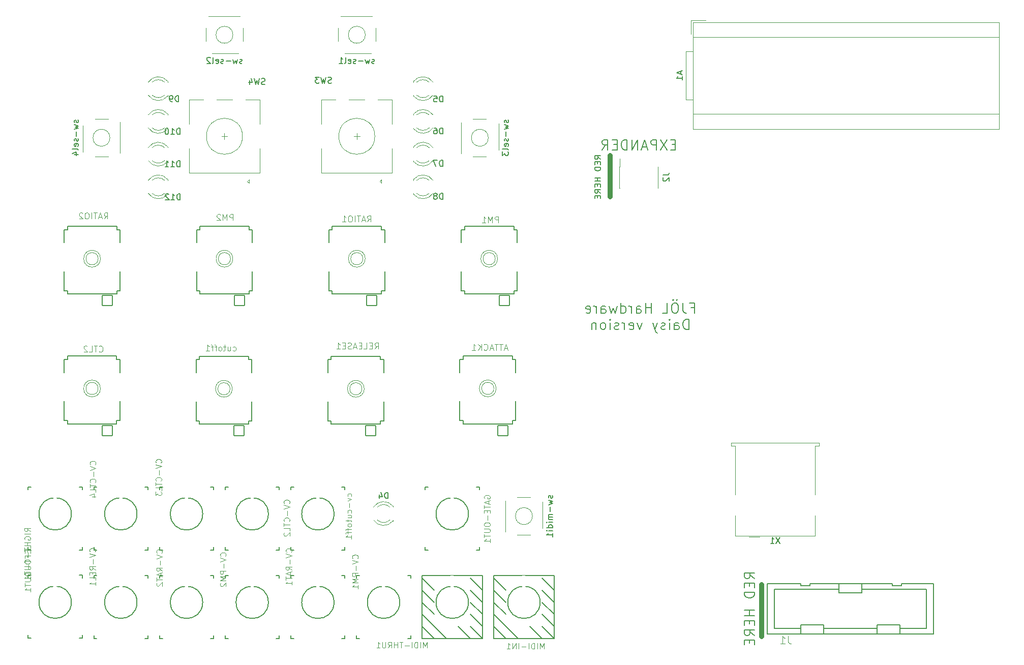
<source format=gbo>
G04 #@! TF.GenerationSoftware,KiCad,Pcbnew,(6.0.10)*
G04 #@! TF.CreationDate,2023-01-30T20:43:58+00:00*
G04 #@! TF.ProjectId,fjol-daisy,666a6f6c-2d64-4616-9973-792e6b696361,rev?*
G04 #@! TF.SameCoordinates,Original*
G04 #@! TF.FileFunction,Legend,Bot*
G04 #@! TF.FilePolarity,Positive*
%FSLAX46Y46*%
G04 Gerber Fmt 4.6, Leading zero omitted, Abs format (unit mm)*
G04 Created by KiCad (PCBNEW (6.0.10)) date 2023-01-30 20:43:58*
%MOMM*%
%LPD*%
G01*
G04 APERTURE LIST*
G04 Aperture macros list*
%AMRoundRect*
0 Rectangle with rounded corners*
0 $1 Rounding radius*
0 $2 $3 $4 $5 $6 $7 $8 $9 X,Y pos of 4 corners*
0 Add a 4 corners polygon primitive as box body*
4,1,4,$2,$3,$4,$5,$6,$7,$8,$9,$2,$3,0*
0 Add four circle primitives for the rounded corners*
1,1,$1+$1,$2,$3*
1,1,$1+$1,$4,$5*
1,1,$1+$1,$6,$7*
1,1,$1+$1,$8,$9*
0 Add four rect primitives between the rounded corners*
20,1,$1+$1,$2,$3,$4,$5,0*
20,1,$1+$1,$4,$5,$6,$7,0*
20,1,$1+$1,$6,$7,$8,$9,0*
20,1,$1+$1,$8,$9,$2,$3,0*%
G04 Aperture macros list end*
%ADD10C,0.812800*%
%ADD11C,0.142240*%
%ADD12C,0.077216*%
%ADD13C,0.150000*%
%ADD14C,0.081076*%
%ADD15C,0.101600*%
%ADD16C,0.127000*%
%ADD17C,0.120000*%
%ADD18C,0.203200*%
%ADD19C,0.050800*%
%ADD20C,1.853200*%
%ADD21R,0.740000X2.400000*%
%ADD22RoundRect,0.101600X-0.825000X0.825000X-0.825000X-0.825000X0.825000X-0.825000X0.825000X0.825000X0*%
%ADD23C,2.997200*%
%ADD24R,1.700000X1.700000*%
%ADD25C,1.700000*%
%ADD26C,1.422400*%
%ADD27R,2.000000X2.000000*%
%ADD28C,2.000000*%
%ADD29R,2.000000X3.200000*%
%ADD30R,1.800000X1.800000*%
%ADD31C,1.800000*%
%ADD32R,1.600000X1.500000*%
%ADD33C,1.600000*%
%ADD34C,3.000000*%
G04 APERTURE END LIST*
D10*
X190550000Y-78000000D02*
X190562500Y-84843000D01*
X215775000Y-149425000D02*
X215775000Y-158061000D01*
D11*
X204043938Y-103302649D02*
X204606971Y-103302649D01*
X204606971Y-104187415D02*
X204606971Y-102498315D01*
X203802638Y-102498315D01*
X202676571Y-102498315D02*
X202676571Y-103704815D01*
X202757004Y-103946115D01*
X202917871Y-104106982D01*
X203159171Y-104187415D01*
X203320038Y-104187415D01*
X201550504Y-102498315D02*
X201228771Y-102498315D01*
X201067904Y-102578749D01*
X200907038Y-102739615D01*
X200826604Y-103061349D01*
X200826604Y-103624382D01*
X200907038Y-103946115D01*
X201067904Y-104106982D01*
X201228771Y-104187415D01*
X201550504Y-104187415D01*
X201711371Y-104106982D01*
X201872238Y-103946115D01*
X201952671Y-103624382D01*
X201952671Y-103061349D01*
X201872238Y-102739615D01*
X201711371Y-102578749D01*
X201550504Y-102498315D01*
X201711371Y-101935282D02*
X201630938Y-102015715D01*
X201711371Y-102096149D01*
X201791804Y-102015715D01*
X201711371Y-101935282D01*
X201711371Y-102096149D01*
X201067904Y-101935282D02*
X200987471Y-102015715D01*
X201067904Y-102096149D01*
X201148338Y-102015715D01*
X201067904Y-101935282D01*
X201067904Y-102096149D01*
X199298371Y-104187415D02*
X200102704Y-104187415D01*
X200102704Y-102498315D01*
X197448404Y-104187415D02*
X197448404Y-102498315D01*
X197448404Y-103302649D02*
X196483204Y-103302649D01*
X196483204Y-104187415D02*
X196483204Y-102498315D01*
X194954971Y-104187415D02*
X194954971Y-103302649D01*
X195035404Y-103141782D01*
X195196271Y-103061349D01*
X195518004Y-103061349D01*
X195678871Y-103141782D01*
X194954971Y-104106982D02*
X195115838Y-104187415D01*
X195518004Y-104187415D01*
X195678871Y-104106982D01*
X195759304Y-103946115D01*
X195759304Y-103785249D01*
X195678871Y-103624382D01*
X195518004Y-103543949D01*
X195115838Y-103543949D01*
X194954971Y-103463515D01*
X194150638Y-104187415D02*
X194150638Y-103061349D01*
X194150638Y-103383082D02*
X194070204Y-103222215D01*
X193989771Y-103141782D01*
X193828904Y-103061349D01*
X193668038Y-103061349D01*
X192381104Y-104187415D02*
X192381104Y-102498315D01*
X192381104Y-104106982D02*
X192541971Y-104187415D01*
X192863704Y-104187415D01*
X193024571Y-104106982D01*
X193105004Y-104026549D01*
X193185438Y-103865682D01*
X193185438Y-103383082D01*
X193105004Y-103222215D01*
X193024571Y-103141782D01*
X192863704Y-103061349D01*
X192541971Y-103061349D01*
X192381104Y-103141782D01*
X191737638Y-103061349D02*
X191415904Y-104187415D01*
X191094171Y-103383082D01*
X190772438Y-104187415D01*
X190450704Y-103061349D01*
X189083338Y-104187415D02*
X189083338Y-103302649D01*
X189163771Y-103141782D01*
X189324638Y-103061349D01*
X189646371Y-103061349D01*
X189807238Y-103141782D01*
X189083338Y-104106982D02*
X189244204Y-104187415D01*
X189646371Y-104187415D01*
X189807238Y-104106982D01*
X189887671Y-103946115D01*
X189887671Y-103785249D01*
X189807238Y-103624382D01*
X189646371Y-103543949D01*
X189244204Y-103543949D01*
X189083338Y-103463515D01*
X188279004Y-104187415D02*
X188279004Y-103061349D01*
X188279004Y-103383082D02*
X188198571Y-103222215D01*
X188118138Y-103141782D01*
X187957271Y-103061349D01*
X187796404Y-103061349D01*
X186589904Y-104106982D02*
X186750771Y-104187415D01*
X187072504Y-104187415D01*
X187233371Y-104106982D01*
X187313804Y-103946115D01*
X187313804Y-103302649D01*
X187233371Y-103141782D01*
X187072504Y-103061349D01*
X186750771Y-103061349D01*
X186589904Y-103141782D01*
X186509471Y-103302649D01*
X186509471Y-103463515D01*
X187313804Y-103624382D01*
X203681988Y-106906866D02*
X203681988Y-105217766D01*
X203279821Y-105217766D01*
X203038521Y-105298200D01*
X202877654Y-105459066D01*
X202797221Y-105619933D01*
X202716788Y-105941666D01*
X202716788Y-106182966D01*
X202797221Y-106504700D01*
X202877654Y-106665566D01*
X203038521Y-106826433D01*
X203279821Y-106906866D01*
X203681988Y-106906866D01*
X201268988Y-106906866D02*
X201268988Y-106022100D01*
X201349421Y-105861233D01*
X201510288Y-105780800D01*
X201832021Y-105780800D01*
X201992888Y-105861233D01*
X201268988Y-106826433D02*
X201429854Y-106906866D01*
X201832021Y-106906866D01*
X201992888Y-106826433D01*
X202073321Y-106665566D01*
X202073321Y-106504700D01*
X201992888Y-106343833D01*
X201832021Y-106263400D01*
X201429854Y-106263400D01*
X201268988Y-106182966D01*
X200464654Y-106906866D02*
X200464654Y-105780800D01*
X200464654Y-105217766D02*
X200545088Y-105298200D01*
X200464654Y-105378633D01*
X200384221Y-105298200D01*
X200464654Y-105217766D01*
X200464654Y-105378633D01*
X199740754Y-106826433D02*
X199579888Y-106906866D01*
X199258154Y-106906866D01*
X199097288Y-106826433D01*
X199016854Y-106665566D01*
X199016854Y-106585133D01*
X199097288Y-106424266D01*
X199258154Y-106343833D01*
X199499454Y-106343833D01*
X199660321Y-106263400D01*
X199740754Y-106102533D01*
X199740754Y-106022100D01*
X199660321Y-105861233D01*
X199499454Y-105780800D01*
X199258154Y-105780800D01*
X199097288Y-105861233D01*
X198453821Y-105780800D02*
X198051654Y-106906866D01*
X197649488Y-105780800D02*
X198051654Y-106906866D01*
X198212521Y-107309033D01*
X198292954Y-107389466D01*
X198453821Y-107469900D01*
X195879954Y-105780800D02*
X195477788Y-106906866D01*
X195075621Y-105780800D01*
X193788688Y-106826433D02*
X193949554Y-106906866D01*
X194271288Y-106906866D01*
X194432154Y-106826433D01*
X194512588Y-106665566D01*
X194512588Y-106022100D01*
X194432154Y-105861233D01*
X194271288Y-105780800D01*
X193949554Y-105780800D01*
X193788688Y-105861233D01*
X193708254Y-106022100D01*
X193708254Y-106182966D01*
X194512588Y-106343833D01*
X192984354Y-106906866D02*
X192984354Y-105780800D01*
X192984354Y-106102533D02*
X192903921Y-105941666D01*
X192823488Y-105861233D01*
X192662621Y-105780800D01*
X192501754Y-105780800D01*
X192019154Y-106826433D02*
X191858288Y-106906866D01*
X191536554Y-106906866D01*
X191375688Y-106826433D01*
X191295254Y-106665566D01*
X191295254Y-106585133D01*
X191375688Y-106424266D01*
X191536554Y-106343833D01*
X191777854Y-106343833D01*
X191938721Y-106263400D01*
X192019154Y-106102533D01*
X192019154Y-106022100D01*
X191938721Y-105861233D01*
X191777854Y-105780800D01*
X191536554Y-105780800D01*
X191375688Y-105861233D01*
X190571354Y-106906866D02*
X190571354Y-105780800D01*
X190571354Y-105217766D02*
X190651788Y-105298200D01*
X190571354Y-105378633D01*
X190490921Y-105298200D01*
X190571354Y-105217766D01*
X190571354Y-105378633D01*
X189525721Y-106906866D02*
X189686588Y-106826433D01*
X189767021Y-106746000D01*
X189847454Y-106585133D01*
X189847454Y-106102533D01*
X189767021Y-105941666D01*
X189686588Y-105861233D01*
X189525721Y-105780800D01*
X189284421Y-105780800D01*
X189123554Y-105861233D01*
X189043121Y-105941666D01*
X188962688Y-106102533D01*
X188962688Y-106585133D01*
X189043121Y-106746000D01*
X189123554Y-106826433D01*
X189284421Y-106906866D01*
X189525721Y-106906866D01*
X188238788Y-105780800D02*
X188238788Y-106906866D01*
X188238788Y-105941666D02*
X188158354Y-105861233D01*
X187997488Y-105780800D01*
X187756188Y-105780800D01*
X187595321Y-105861233D01*
X187514888Y-106022100D01*
X187514888Y-106906866D01*
X189002380Y-78568258D02*
X188526190Y-78234924D01*
X189002380Y-77996829D02*
X188002380Y-77996829D01*
X188002380Y-78377782D01*
X188050000Y-78473020D01*
X188097619Y-78520639D01*
X188192857Y-78568258D01*
X188335714Y-78568258D01*
X188430952Y-78520639D01*
X188478571Y-78473020D01*
X188526190Y-78377782D01*
X188526190Y-77996829D01*
X188478571Y-78996829D02*
X188478571Y-79330163D01*
X189002380Y-79473020D02*
X189002380Y-78996829D01*
X188002380Y-78996829D01*
X188002380Y-79473020D01*
X189002380Y-79901591D02*
X188002380Y-79901591D01*
X188002380Y-80139686D01*
X188050000Y-80282544D01*
X188145238Y-80377782D01*
X188240476Y-80425401D01*
X188430952Y-80473020D01*
X188573809Y-80473020D01*
X188764285Y-80425401D01*
X188859523Y-80377782D01*
X188954761Y-80282544D01*
X189002380Y-80139686D01*
X189002380Y-79901591D01*
X189002380Y-81663496D02*
X188002380Y-81663496D01*
X188478571Y-81663496D02*
X188478571Y-82234924D01*
X189002380Y-82234924D02*
X188002380Y-82234924D01*
X188478571Y-82711115D02*
X188478571Y-83044448D01*
X189002380Y-83187305D02*
X189002380Y-82711115D01*
X188002380Y-82711115D01*
X188002380Y-83187305D01*
X189002380Y-84187305D02*
X188526190Y-83853972D01*
X189002380Y-83615877D02*
X188002380Y-83615877D01*
X188002380Y-83996829D01*
X188050000Y-84092067D01*
X188097619Y-84139686D01*
X188192857Y-84187305D01*
X188335714Y-84187305D01*
X188430952Y-84139686D01*
X188478571Y-84092067D01*
X188526190Y-83996829D01*
X188526190Y-83615877D01*
X188478571Y-84615877D02*
X188478571Y-84949210D01*
X189002380Y-85092067D02*
X189002380Y-84615877D01*
X188002380Y-84615877D01*
X188002380Y-85092067D01*
X214640466Y-148405444D02*
X213836133Y-147842410D01*
X214640466Y-147440244D02*
X212951366Y-147440244D01*
X212951366Y-148083710D01*
X213031800Y-148244577D01*
X213112233Y-148325010D01*
X213273100Y-148405444D01*
X213514400Y-148405444D01*
X213675266Y-148325010D01*
X213755700Y-148244577D01*
X213836133Y-148083710D01*
X213836133Y-147440244D01*
X213755700Y-149129344D02*
X213755700Y-149692377D01*
X214640466Y-149933677D02*
X214640466Y-149129344D01*
X212951366Y-149129344D01*
X212951366Y-149933677D01*
X214640466Y-150657577D02*
X212951366Y-150657577D01*
X212951366Y-151059744D01*
X213031800Y-151301044D01*
X213192666Y-151461910D01*
X213353533Y-151542344D01*
X213675266Y-151622777D01*
X213916566Y-151622777D01*
X214238300Y-151542344D01*
X214399166Y-151461910D01*
X214560033Y-151301044D01*
X214640466Y-151059744D01*
X214640466Y-150657577D01*
X214640466Y-153633610D02*
X212951366Y-153633610D01*
X213755700Y-153633610D02*
X213755700Y-154598810D01*
X214640466Y-154598810D02*
X212951366Y-154598810D01*
X213755700Y-155403144D02*
X213755700Y-155966177D01*
X214640466Y-156207477D02*
X214640466Y-155403144D01*
X212951366Y-155403144D01*
X212951366Y-156207477D01*
X214640466Y-157896577D02*
X213836133Y-157333544D01*
X214640466Y-156931377D02*
X212951366Y-156931377D01*
X212951366Y-157574844D01*
X213031800Y-157735710D01*
X213112233Y-157816144D01*
X213273100Y-157896577D01*
X213514400Y-157896577D01*
X213675266Y-157816144D01*
X213755700Y-157735710D01*
X213836133Y-157574844D01*
X213836133Y-156931377D01*
X213755700Y-158620477D02*
X213755700Y-159183510D01*
X214640466Y-159424810D02*
X214640466Y-158620477D01*
X212951366Y-158620477D01*
X212951366Y-159424810D01*
X201455377Y-76109800D02*
X200892344Y-76109800D01*
X200651044Y-76994566D02*
X201455377Y-76994566D01*
X201455377Y-75305466D01*
X200651044Y-75305466D01*
X200088010Y-75305466D02*
X198961944Y-76994566D01*
X198961944Y-75305466D02*
X200088010Y-76994566D01*
X198318477Y-76994566D02*
X198318477Y-75305466D01*
X197675010Y-75305466D01*
X197514144Y-75385900D01*
X197433710Y-75466333D01*
X197353277Y-75627200D01*
X197353277Y-75868500D01*
X197433710Y-76029366D01*
X197514144Y-76109800D01*
X197675010Y-76190233D01*
X198318477Y-76190233D01*
X196709810Y-76511966D02*
X195905477Y-76511966D01*
X196870677Y-76994566D02*
X196307644Y-75305466D01*
X195744610Y-76994566D01*
X195181577Y-76994566D02*
X195181577Y-75305466D01*
X194216377Y-76994566D01*
X194216377Y-75305466D01*
X193412044Y-76994566D02*
X193412044Y-75305466D01*
X193009877Y-75305466D01*
X192768577Y-75385900D01*
X192607710Y-75546766D01*
X192527277Y-75707633D01*
X192446844Y-76029366D01*
X192446844Y-76270666D01*
X192527277Y-76592400D01*
X192607710Y-76753266D01*
X192768577Y-76914133D01*
X193009877Y-76994566D01*
X193412044Y-76994566D01*
X191722944Y-76109800D02*
X191159910Y-76109800D01*
X190918610Y-76994566D02*
X191722944Y-76994566D01*
X191722944Y-75305466D01*
X190918610Y-75305466D01*
X189229510Y-76994566D02*
X189792544Y-76190233D01*
X190194710Y-76994566D02*
X190194710Y-75305466D01*
X189551244Y-75305466D01*
X189390377Y-75385900D01*
X189309944Y-75466333D01*
X189229510Y-75627200D01*
X189229510Y-75868500D01*
X189309944Y-76029366D01*
X189390377Y-76109800D01*
X189551244Y-76190233D01*
X190194710Y-76190233D01*
D12*
X137472634Y-143992675D02*
X137518596Y-143946713D01*
X137564558Y-143808827D01*
X137564558Y-143716903D01*
X137518596Y-143579018D01*
X137426672Y-143487094D01*
X137334748Y-143441132D01*
X137150900Y-143395170D01*
X137013015Y-143395170D01*
X136829167Y-143441132D01*
X136737243Y-143487094D01*
X136645320Y-143579018D01*
X136599358Y-143716903D01*
X136599358Y-143808827D01*
X136645320Y-143946713D01*
X136691281Y-143992675D01*
X136599358Y-144268446D02*
X137564558Y-144590180D01*
X136599358Y-144911913D01*
X137196862Y-145233646D02*
X137196862Y-145969037D01*
X137564558Y-146980199D02*
X137104939Y-146658465D01*
X137564558Y-146428656D02*
X136599358Y-146428656D01*
X136599358Y-146796351D01*
X136645320Y-146888275D01*
X136691281Y-146934237D01*
X136783205Y-146980199D01*
X136921091Y-146980199D01*
X137013015Y-146934237D01*
X137058977Y-146888275D01*
X137104939Y-146796351D01*
X137104939Y-146428656D01*
X137288786Y-147347894D02*
X137288786Y-147807513D01*
X137564558Y-147255970D02*
X136599358Y-147577703D01*
X137564558Y-147899437D01*
X136599358Y-148083284D02*
X136599358Y-148634827D01*
X137564558Y-148359056D02*
X136599358Y-148359056D01*
X137564558Y-149462141D02*
X137564558Y-148910599D01*
X137564558Y-149186370D02*
X136599358Y-149186370D01*
X136737243Y-149094446D01*
X136829167Y-149002522D01*
X136875129Y-148910599D01*
X104781154Y-143950751D02*
X104827116Y-143904789D01*
X104873078Y-143766903D01*
X104873078Y-143674980D01*
X104827116Y-143537094D01*
X104735192Y-143445170D01*
X104643268Y-143399208D01*
X104459420Y-143353246D01*
X104321535Y-143353246D01*
X104137687Y-143399208D01*
X104045763Y-143445170D01*
X103953840Y-143537094D01*
X103907878Y-143674980D01*
X103907878Y-143766903D01*
X103953840Y-143904789D01*
X103999801Y-143950751D01*
X103907878Y-144226522D02*
X104873078Y-144548256D01*
X103907878Y-144869989D01*
X104505382Y-145191722D02*
X104505382Y-145927113D01*
X104873078Y-146938275D02*
X104413459Y-146616541D01*
X104873078Y-146386732D02*
X103907878Y-146386732D01*
X103907878Y-146754427D01*
X103953840Y-146846351D01*
X103999801Y-146892313D01*
X104091725Y-146938275D01*
X104229611Y-146938275D01*
X104321535Y-146892313D01*
X104367497Y-146846351D01*
X104413459Y-146754427D01*
X104413459Y-146386732D01*
X104367497Y-147351932D02*
X104367497Y-147673665D01*
X104873078Y-147811551D02*
X104873078Y-147351932D01*
X103907878Y-147351932D01*
X103907878Y-147811551D01*
X104873078Y-148684827D02*
X104873078Y-148225208D01*
X103907878Y-148225208D01*
X104873078Y-149512141D02*
X104873078Y-148960599D01*
X104873078Y-149236370D02*
X103907878Y-149236370D01*
X104045763Y-149144446D01*
X104137687Y-149052522D01*
X104183649Y-148960599D01*
X148511594Y-145052294D02*
X148557556Y-145006332D01*
X148603518Y-144868446D01*
X148603518Y-144776522D01*
X148557556Y-144638637D01*
X148465632Y-144546713D01*
X148373708Y-144500751D01*
X148189860Y-144454789D01*
X148051975Y-144454789D01*
X147868127Y-144500751D01*
X147776203Y-144546713D01*
X147684280Y-144638637D01*
X147638318Y-144776522D01*
X147638318Y-144868446D01*
X147684280Y-145006332D01*
X147730241Y-145052294D01*
X147638318Y-145328065D02*
X148603518Y-145649799D01*
X147638318Y-145971532D01*
X148235822Y-146293265D02*
X148235822Y-147028656D01*
X148603518Y-147488275D02*
X147638318Y-147488275D01*
X147638318Y-147855970D01*
X147684280Y-147947894D01*
X147730241Y-147993856D01*
X147822165Y-148039818D01*
X147960051Y-148039818D01*
X148051975Y-147993856D01*
X148097937Y-147947894D01*
X148143899Y-147855970D01*
X148143899Y-147488275D01*
X148603518Y-148453475D02*
X147638318Y-148453475D01*
X148327746Y-148775208D01*
X147638318Y-149096941D01*
X148603518Y-149096941D01*
X148603518Y-150062141D02*
X148603518Y-149510599D01*
X148603518Y-149786370D02*
X147638318Y-149786370D01*
X147776203Y-149694446D01*
X147868127Y-149602522D01*
X147914089Y-149510599D01*
X115895514Y-144167675D02*
X115941476Y-144121713D01*
X115987438Y-143983827D01*
X115987438Y-143891903D01*
X115941476Y-143754018D01*
X115849552Y-143662094D01*
X115757628Y-143616132D01*
X115573780Y-143570170D01*
X115435895Y-143570170D01*
X115252047Y-143616132D01*
X115160123Y-143662094D01*
X115068200Y-143754018D01*
X115022238Y-143891903D01*
X115022238Y-143983827D01*
X115068200Y-144121713D01*
X115114161Y-144167675D01*
X115022238Y-144443446D02*
X115987438Y-144765180D01*
X115022238Y-145086913D01*
X115619742Y-145408646D02*
X115619742Y-146144037D01*
X115987438Y-147155199D02*
X115527819Y-146833465D01*
X115987438Y-146603656D02*
X115022238Y-146603656D01*
X115022238Y-146971351D01*
X115068200Y-147063275D01*
X115114161Y-147109237D01*
X115206085Y-147155199D01*
X115343971Y-147155199D01*
X115435895Y-147109237D01*
X115481857Y-147063275D01*
X115527819Y-146971351D01*
X115527819Y-146603656D01*
X115711666Y-147522894D02*
X115711666Y-147982513D01*
X115987438Y-147430970D02*
X115022238Y-147752703D01*
X115987438Y-148074437D01*
X115022238Y-148258284D02*
X115022238Y-148809827D01*
X115987438Y-148534056D02*
X115022238Y-148534056D01*
X115114161Y-149085599D02*
X115068200Y-149131561D01*
X115022238Y-149223484D01*
X115022238Y-149453294D01*
X115068200Y-149545218D01*
X115114161Y-149591180D01*
X115206085Y-149637141D01*
X115298009Y-149637141D01*
X115435895Y-149591180D01*
X115987438Y-149039637D01*
X115987438Y-149637141D01*
X126509074Y-144677294D02*
X126555036Y-144631332D01*
X126600998Y-144493446D01*
X126600998Y-144401522D01*
X126555036Y-144263637D01*
X126463112Y-144171713D01*
X126371188Y-144125751D01*
X126187340Y-144079789D01*
X126049455Y-144079789D01*
X125865607Y-144125751D01*
X125773683Y-144171713D01*
X125681760Y-144263637D01*
X125635798Y-144401522D01*
X125635798Y-144493446D01*
X125681760Y-144631332D01*
X125727721Y-144677294D01*
X125635798Y-144953065D02*
X126600998Y-145274799D01*
X125635798Y-145596532D01*
X126233302Y-145918265D02*
X126233302Y-146653656D01*
X126600998Y-147113275D02*
X125635798Y-147113275D01*
X125635798Y-147480970D01*
X125681760Y-147572894D01*
X125727721Y-147618856D01*
X125819645Y-147664818D01*
X125957531Y-147664818D01*
X126049455Y-147618856D01*
X126095417Y-147572894D01*
X126141379Y-147480970D01*
X126141379Y-147113275D01*
X126600998Y-148078475D02*
X125635798Y-148078475D01*
X126325226Y-148400208D01*
X125635798Y-148721941D01*
X126600998Y-148721941D01*
X125727721Y-149135599D02*
X125681760Y-149181561D01*
X125635798Y-149273484D01*
X125635798Y-149503294D01*
X125681760Y-149595218D01*
X125727721Y-149641180D01*
X125819645Y-149687141D01*
X125911569Y-149687141D01*
X126049455Y-149641180D01*
X126600998Y-149089637D01*
X126600998Y-149687141D01*
X94092476Y-143360798D02*
X94092476Y-142901179D01*
X93127276Y-142901179D01*
X93586895Y-143682532D02*
X93586895Y-144004265D01*
X94092476Y-144142151D02*
X94092476Y-143682532D01*
X93127276Y-143682532D01*
X93127276Y-144142151D01*
X93586895Y-144877541D02*
X93586895Y-144555808D01*
X94092476Y-144555808D02*
X93127276Y-144555808D01*
X93127276Y-145015427D01*
X93127276Y-145245237D02*
X93127276Y-145796779D01*
X94092476Y-145521008D02*
X93127276Y-145521008D01*
X93724780Y-146118513D02*
X93724780Y-146853903D01*
X93127276Y-147497370D02*
X93127276Y-147681218D01*
X93173238Y-147773141D01*
X93265161Y-147865065D01*
X93449009Y-147911027D01*
X93770742Y-147911027D01*
X93954590Y-147865065D01*
X94046514Y-147773141D01*
X94092476Y-147681218D01*
X94092476Y-147497370D01*
X94046514Y-147405446D01*
X93954590Y-147313522D01*
X93770742Y-147267560D01*
X93449009Y-147267560D01*
X93265161Y-147313522D01*
X93173238Y-147405446D01*
X93127276Y-147497370D01*
X93127276Y-148324684D02*
X93908628Y-148324684D01*
X94000552Y-148370646D01*
X94046514Y-148416608D01*
X94092476Y-148508532D01*
X94092476Y-148692379D01*
X94046514Y-148784303D01*
X94000552Y-148830265D01*
X93908628Y-148876227D01*
X93127276Y-148876227D01*
X93127276Y-149197960D02*
X93127276Y-149749503D01*
X94092476Y-149473732D02*
X93127276Y-149473732D01*
X94092476Y-150576818D02*
X94092476Y-150025275D01*
X94092476Y-150301046D02*
X93127276Y-150301046D01*
X93265161Y-150209122D01*
X93357085Y-150117198D01*
X93403047Y-150025275D01*
X169659800Y-135037057D02*
X169613838Y-134945133D01*
X169613838Y-134807247D01*
X169659800Y-134669361D01*
X169751723Y-134577438D01*
X169843647Y-134531476D01*
X170027495Y-134485514D01*
X170165380Y-134485514D01*
X170349228Y-134531476D01*
X170441152Y-134577438D01*
X170533076Y-134669361D01*
X170579038Y-134807247D01*
X170579038Y-134899171D01*
X170533076Y-135037057D01*
X170487114Y-135083019D01*
X170165380Y-135083019D01*
X170165380Y-134899171D01*
X170303266Y-135450714D02*
X170303266Y-135910333D01*
X170579038Y-135358790D02*
X169613838Y-135680523D01*
X170579038Y-136002257D01*
X169613838Y-136186104D02*
X169613838Y-136737647D01*
X170579038Y-136461876D02*
X169613838Y-136461876D01*
X170073457Y-137059381D02*
X170073457Y-137381114D01*
X170579038Y-137519000D02*
X170579038Y-137059381D01*
X169613838Y-137059381D01*
X169613838Y-137519000D01*
X170211342Y-137932657D02*
X170211342Y-138668047D01*
X169613838Y-139311514D02*
X169613838Y-139495361D01*
X169659800Y-139587285D01*
X169751723Y-139679209D01*
X169935571Y-139725171D01*
X170257304Y-139725171D01*
X170441152Y-139679209D01*
X170533076Y-139587285D01*
X170579038Y-139495361D01*
X170579038Y-139311514D01*
X170533076Y-139219590D01*
X170441152Y-139127666D01*
X170257304Y-139081704D01*
X169935571Y-139081704D01*
X169751723Y-139127666D01*
X169659800Y-139219590D01*
X169613838Y-139311514D01*
X169613838Y-140138828D02*
X170395190Y-140138828D01*
X170487114Y-140184790D01*
X170533076Y-140230752D01*
X170579038Y-140322676D01*
X170579038Y-140506523D01*
X170533076Y-140598447D01*
X170487114Y-140644409D01*
X170395190Y-140690371D01*
X169613838Y-140690371D01*
X169613838Y-141012104D02*
X169613838Y-141563647D01*
X170579038Y-141287876D02*
X169613838Y-141287876D01*
X170579038Y-142390961D02*
X170579038Y-141839419D01*
X170579038Y-142115190D02*
X169613838Y-142115190D01*
X169751723Y-142023266D01*
X169843647Y-141931342D01*
X169889609Y-141839419D01*
X94042476Y-140543808D02*
X93582857Y-140222075D01*
X94042476Y-139992265D02*
X93077276Y-139992265D01*
X93077276Y-140359961D01*
X93123238Y-140451884D01*
X93169199Y-140497846D01*
X93261123Y-140543808D01*
X93399009Y-140543808D01*
X93490933Y-140497846D01*
X93536895Y-140451884D01*
X93582857Y-140359961D01*
X93582857Y-139992265D01*
X94042476Y-140957465D02*
X93077276Y-140957465D01*
X93123238Y-141922665D02*
X93077276Y-141830741D01*
X93077276Y-141692856D01*
X93123238Y-141554970D01*
X93215161Y-141463046D01*
X93307085Y-141417084D01*
X93490933Y-141371122D01*
X93628818Y-141371122D01*
X93812666Y-141417084D01*
X93904590Y-141463046D01*
X93996514Y-141554970D01*
X94042476Y-141692856D01*
X94042476Y-141784780D01*
X93996514Y-141922665D01*
X93950552Y-141968627D01*
X93628818Y-141968627D01*
X93628818Y-141784780D01*
X94042476Y-142382284D02*
X93077276Y-142382284D01*
X93536895Y-142382284D02*
X93536895Y-142933827D01*
X94042476Y-142933827D02*
X93077276Y-142933827D01*
X93077276Y-143255561D02*
X93077276Y-143807103D01*
X94042476Y-143531332D02*
X93077276Y-143531332D01*
X93674780Y-144128837D02*
X93674780Y-144864227D01*
X93077276Y-145507694D02*
X93077276Y-145691541D01*
X93123238Y-145783465D01*
X93215161Y-145875389D01*
X93399009Y-145921351D01*
X93720742Y-145921351D01*
X93904590Y-145875389D01*
X93996514Y-145783465D01*
X94042476Y-145691541D01*
X94042476Y-145507694D01*
X93996514Y-145415770D01*
X93904590Y-145323846D01*
X93720742Y-145277884D01*
X93399009Y-145277884D01*
X93215161Y-145323846D01*
X93123238Y-145415770D01*
X93077276Y-145507694D01*
X93077276Y-146335008D02*
X93858628Y-146335008D01*
X93950552Y-146380970D01*
X93996514Y-146426932D01*
X94042476Y-146518856D01*
X94042476Y-146702703D01*
X93996514Y-146794627D01*
X93950552Y-146840589D01*
X93858628Y-146886551D01*
X93077276Y-146886551D01*
X93077276Y-147208284D02*
X93077276Y-147759827D01*
X94042476Y-147484056D02*
X93077276Y-147484056D01*
X94042476Y-148587141D02*
X94042476Y-148035599D01*
X94042476Y-148311370D02*
X93077276Y-148311370D01*
X93215161Y-148219446D01*
X93307085Y-148127522D01*
X93353047Y-148035599D01*
X137112114Y-135892457D02*
X137158076Y-135846495D01*
X137204038Y-135708609D01*
X137204038Y-135616685D01*
X137158076Y-135478800D01*
X137066152Y-135386876D01*
X136974228Y-135340914D01*
X136790380Y-135294952D01*
X136652495Y-135294952D01*
X136468647Y-135340914D01*
X136376723Y-135386876D01*
X136284800Y-135478800D01*
X136238838Y-135616685D01*
X136238838Y-135708609D01*
X136284800Y-135846495D01*
X136330761Y-135892457D01*
X136238838Y-136168228D02*
X137204038Y-136489961D01*
X136238838Y-136811695D01*
X136836342Y-137133428D02*
X136836342Y-137868819D01*
X137112114Y-138879981D02*
X137158076Y-138834019D01*
X137204038Y-138696133D01*
X137204038Y-138604209D01*
X137158076Y-138466323D01*
X137066152Y-138374400D01*
X136974228Y-138328438D01*
X136790380Y-138282476D01*
X136652495Y-138282476D01*
X136468647Y-138328438D01*
X136376723Y-138374400D01*
X136284800Y-138466323D01*
X136238838Y-138604209D01*
X136238838Y-138696133D01*
X136284800Y-138834019D01*
X136330761Y-138879981D01*
X136238838Y-139155752D02*
X136238838Y-139707295D01*
X137204038Y-139431523D02*
X136238838Y-139431523D01*
X137204038Y-140488647D02*
X137204038Y-140029028D01*
X136238838Y-140029028D01*
X136330761Y-140764419D02*
X136284800Y-140810381D01*
X136238838Y-140902304D01*
X136238838Y-141132114D01*
X136284800Y-141224038D01*
X136330761Y-141270000D01*
X136422685Y-141315961D01*
X136514609Y-141315961D01*
X136652495Y-141270000D01*
X137204038Y-140718457D01*
X137204038Y-141315961D01*
X147458076Y-134687828D02*
X147504038Y-134595904D01*
X147504038Y-134412057D01*
X147458076Y-134320133D01*
X147412114Y-134274171D01*
X147320190Y-134228209D01*
X147044419Y-134228209D01*
X146952495Y-134274171D01*
X146906533Y-134320133D01*
X146860571Y-134412057D01*
X146860571Y-134595904D01*
X146906533Y-134687828D01*
X146860571Y-135009561D02*
X147504038Y-135239371D01*
X146860571Y-135469181D01*
X147136342Y-135836876D02*
X147136342Y-136572266D01*
X147458076Y-137445542D02*
X147504038Y-137353619D01*
X147504038Y-137169771D01*
X147458076Y-137077847D01*
X147412114Y-137031885D01*
X147320190Y-136985923D01*
X147044419Y-136985923D01*
X146952495Y-137031885D01*
X146906533Y-137077847D01*
X146860571Y-137169771D01*
X146860571Y-137353619D01*
X146906533Y-137445542D01*
X146860571Y-138272857D02*
X147504038Y-138272857D01*
X146860571Y-137859200D02*
X147366152Y-137859200D01*
X147458076Y-137905161D01*
X147504038Y-137997085D01*
X147504038Y-138134971D01*
X147458076Y-138226895D01*
X147412114Y-138272857D01*
X146860571Y-138594590D02*
X146860571Y-138962285D01*
X146538838Y-138732476D02*
X147366152Y-138732476D01*
X147458076Y-138778438D01*
X147504038Y-138870361D01*
X147504038Y-138962285D01*
X147504038Y-139421904D02*
X147458076Y-139329981D01*
X147412114Y-139284019D01*
X147320190Y-139238057D01*
X147044419Y-139238057D01*
X146952495Y-139284019D01*
X146906533Y-139329981D01*
X146860571Y-139421904D01*
X146860571Y-139559790D01*
X146906533Y-139651714D01*
X146952495Y-139697676D01*
X147044419Y-139743638D01*
X147320190Y-139743638D01*
X147412114Y-139697676D01*
X147458076Y-139651714D01*
X147504038Y-139559790D01*
X147504038Y-139421904D01*
X146860571Y-140019409D02*
X146860571Y-140387104D01*
X147504038Y-140157295D02*
X146676723Y-140157295D01*
X146584800Y-140203257D01*
X146538838Y-140295181D01*
X146538838Y-140387104D01*
X146860571Y-140570952D02*
X146860571Y-140938647D01*
X147504038Y-140708838D02*
X146676723Y-140708838D01*
X146584800Y-140754800D01*
X146538838Y-140846723D01*
X146538838Y-140938647D01*
X147504038Y-141765961D02*
X147504038Y-141214419D01*
X147504038Y-141490190D02*
X146538838Y-141490190D01*
X146676723Y-141398266D01*
X146768647Y-141306342D01*
X146814609Y-141214419D01*
D13*
X199377380Y-81216666D02*
X200091666Y-81216666D01*
X200234523Y-81169047D01*
X200329761Y-81073809D01*
X200377380Y-80930952D01*
X200377380Y-80835714D01*
X199472619Y-81645238D02*
X199425000Y-81692857D01*
X199377380Y-81788095D01*
X199377380Y-82026190D01*
X199425000Y-82121428D01*
X199472619Y-82169047D01*
X199567857Y-82216666D01*
X199663095Y-82216666D01*
X199805952Y-82169047D01*
X200377380Y-81597619D01*
X200377380Y-82216666D01*
D14*
X173470598Y-110059460D02*
X172987998Y-110059460D01*
X173567118Y-110349020D02*
X173229298Y-109335560D01*
X172891478Y-110349020D01*
X172698438Y-109335560D02*
X172119318Y-109335560D01*
X172408878Y-110349020D02*
X172408878Y-109335560D01*
X171926278Y-109335560D02*
X171347158Y-109335560D01*
X171636718Y-110349020D02*
X171636718Y-109335560D01*
X171057598Y-110059460D02*
X170574998Y-110059460D01*
X171154118Y-110349020D02*
X170816298Y-109335560D01*
X170478478Y-110349020D01*
X169561538Y-110252500D02*
X169609798Y-110300760D01*
X169754578Y-110349020D01*
X169851098Y-110349020D01*
X169995878Y-110300760D01*
X170092398Y-110204240D01*
X170140658Y-110107720D01*
X170188918Y-109914680D01*
X170188918Y-109769900D01*
X170140658Y-109576860D01*
X170092398Y-109480340D01*
X169995878Y-109383820D01*
X169851098Y-109335560D01*
X169754578Y-109335560D01*
X169609798Y-109383820D01*
X169561538Y-109432080D01*
X169127198Y-110349020D02*
X169127198Y-109335560D01*
X168548078Y-110349020D02*
X168982418Y-109769900D01*
X168548078Y-109335560D02*
X169127198Y-109914680D01*
X167582878Y-110349020D02*
X168161998Y-110349020D01*
X167872438Y-110349020D02*
X167872438Y-109335560D01*
X167968958Y-109480340D01*
X168065478Y-109576860D01*
X168161998Y-109625120D01*
X127775998Y-110427760D02*
X127872518Y-110476020D01*
X128065558Y-110476020D01*
X128162078Y-110427760D01*
X128210338Y-110379500D01*
X128258598Y-110282980D01*
X128258598Y-109993420D01*
X128210338Y-109896900D01*
X128162078Y-109848640D01*
X128065558Y-109800380D01*
X127872518Y-109800380D01*
X127775998Y-109848640D01*
X126907318Y-109800380D02*
X126907318Y-110476020D01*
X127341658Y-109800380D02*
X127341658Y-110331240D01*
X127293398Y-110427760D01*
X127196878Y-110476020D01*
X127052098Y-110476020D01*
X126955578Y-110427760D01*
X126907318Y-110379500D01*
X126569498Y-109800380D02*
X126183418Y-109800380D01*
X126424718Y-109462560D02*
X126424718Y-110331240D01*
X126376458Y-110427760D01*
X126279938Y-110476020D01*
X126183418Y-110476020D01*
X125700818Y-110476020D02*
X125797338Y-110427760D01*
X125845598Y-110379500D01*
X125893858Y-110282980D01*
X125893858Y-109993420D01*
X125845598Y-109896900D01*
X125797338Y-109848640D01*
X125700818Y-109800380D01*
X125556038Y-109800380D01*
X125459518Y-109848640D01*
X125411258Y-109896900D01*
X125362998Y-109993420D01*
X125362998Y-110282980D01*
X125411258Y-110379500D01*
X125459518Y-110427760D01*
X125556038Y-110476020D01*
X125700818Y-110476020D01*
X125073438Y-109800380D02*
X124687358Y-109800380D01*
X124928658Y-110476020D02*
X124928658Y-109607340D01*
X124880398Y-109510820D01*
X124783878Y-109462560D01*
X124687358Y-109462560D01*
X124494318Y-109800380D02*
X124108238Y-109800380D01*
X124349538Y-110476020D02*
X124349538Y-109607340D01*
X124301278Y-109510820D01*
X124204758Y-109462560D01*
X124108238Y-109462560D01*
X123239558Y-110476020D02*
X123818678Y-110476020D01*
X123529118Y-110476020D02*
X123529118Y-109462560D01*
X123625638Y-109607340D01*
X123722158Y-109703860D01*
X123818678Y-109752120D01*
X151380218Y-110158520D02*
X151718038Y-109675920D01*
X151959338Y-110158520D02*
X151959338Y-109145060D01*
X151573258Y-109145060D01*
X151476738Y-109193320D01*
X151428478Y-109241580D01*
X151380218Y-109338100D01*
X151380218Y-109482880D01*
X151428478Y-109579400D01*
X151476738Y-109627660D01*
X151573258Y-109675920D01*
X151959338Y-109675920D01*
X150945878Y-109627660D02*
X150608058Y-109627660D01*
X150463278Y-110158520D02*
X150945878Y-110158520D01*
X150945878Y-109145060D01*
X150463278Y-109145060D01*
X149546338Y-110158520D02*
X150028938Y-110158520D01*
X150028938Y-109145060D01*
X149208518Y-109627660D02*
X148870698Y-109627660D01*
X148725918Y-110158520D02*
X149208518Y-110158520D01*
X149208518Y-109145060D01*
X148725918Y-109145060D01*
X148339838Y-109868960D02*
X147857238Y-109868960D01*
X148436358Y-110158520D02*
X148098538Y-109145060D01*
X147760718Y-110158520D01*
X147471158Y-110110260D02*
X147326378Y-110158520D01*
X147085078Y-110158520D01*
X146988558Y-110110260D01*
X146940298Y-110062000D01*
X146892038Y-109965480D01*
X146892038Y-109868960D01*
X146940298Y-109772440D01*
X146988558Y-109724180D01*
X147085078Y-109675920D01*
X147278118Y-109627660D01*
X147374638Y-109579400D01*
X147422898Y-109531140D01*
X147471158Y-109434620D01*
X147471158Y-109338100D01*
X147422898Y-109241580D01*
X147374638Y-109193320D01*
X147278118Y-109145060D01*
X147036818Y-109145060D01*
X146892038Y-109193320D01*
X146457698Y-109627660D02*
X146119878Y-109627660D01*
X145975098Y-110158520D02*
X146457698Y-110158520D01*
X146457698Y-109145060D01*
X145975098Y-109145060D01*
X145009898Y-110158520D02*
X145589018Y-110158520D01*
X145299458Y-110158520D02*
X145299458Y-109145060D01*
X145395978Y-109289840D01*
X145492498Y-109386360D01*
X145589018Y-109434620D01*
D13*
X180928323Y-134567608D02*
X180975942Y-134662846D01*
X180975942Y-134853322D01*
X180928323Y-134948560D01*
X180833085Y-134996180D01*
X180785466Y-134996180D01*
X180690228Y-134948560D01*
X180642609Y-134853322D01*
X180642609Y-134710465D01*
X180594990Y-134615227D01*
X180499752Y-134567608D01*
X180452133Y-134567608D01*
X180356895Y-134615227D01*
X180309276Y-134710465D01*
X180309276Y-134853322D01*
X180356895Y-134948560D01*
X180309276Y-135329513D02*
X180975942Y-135519989D01*
X180499752Y-135710465D01*
X180975942Y-135900941D01*
X180309276Y-136091418D01*
X180594990Y-136472370D02*
X180594990Y-137234275D01*
X180975942Y-137710465D02*
X180309276Y-137710465D01*
X180404514Y-137710465D02*
X180356895Y-137758084D01*
X180309276Y-137853322D01*
X180309276Y-137996180D01*
X180356895Y-138091418D01*
X180452133Y-138139037D01*
X180975942Y-138139037D01*
X180452133Y-138139037D02*
X180356895Y-138186656D01*
X180309276Y-138281894D01*
X180309276Y-138424751D01*
X180356895Y-138519989D01*
X180452133Y-138567608D01*
X180975942Y-138567608D01*
X180975942Y-139043799D02*
X180309276Y-139043799D01*
X179975942Y-139043799D02*
X180023562Y-138996180D01*
X180071181Y-139043799D01*
X180023562Y-139091418D01*
X179975942Y-139043799D01*
X180071181Y-139043799D01*
X180975942Y-139948560D02*
X179975942Y-139948560D01*
X180928323Y-139948560D02*
X180975942Y-139853322D01*
X180975942Y-139662846D01*
X180928323Y-139567608D01*
X180880704Y-139519989D01*
X180785466Y-139472370D01*
X180499752Y-139472370D01*
X180404514Y-139519989D01*
X180356895Y-139567608D01*
X180309276Y-139662846D01*
X180309276Y-139853322D01*
X180356895Y-139948560D01*
X180975942Y-140424751D02*
X180309276Y-140424751D01*
X179975942Y-140424751D02*
X180023562Y-140377132D01*
X180071181Y-140424751D01*
X180023562Y-140472370D01*
X179975942Y-140424751D01*
X180071181Y-140424751D01*
X180975942Y-141424751D02*
X180975942Y-140853322D01*
X180975942Y-141139037D02*
X179975942Y-141139037D01*
X180118800Y-141043799D01*
X180214038Y-140948560D01*
X180261657Y-140853322D01*
D14*
X105469718Y-110570000D02*
X105517978Y-110618260D01*
X105662758Y-110666520D01*
X105759278Y-110666520D01*
X105904058Y-110618260D01*
X106000578Y-110521740D01*
X106048838Y-110425220D01*
X106097098Y-110232180D01*
X106097098Y-110087400D01*
X106048838Y-109894360D01*
X106000578Y-109797840D01*
X105904058Y-109701320D01*
X105759278Y-109653060D01*
X105662758Y-109653060D01*
X105517978Y-109701320D01*
X105469718Y-109749580D01*
X105180158Y-109653060D02*
X104601038Y-109653060D01*
X104890598Y-110666520D02*
X104890598Y-109653060D01*
X103780618Y-110666520D02*
X104263218Y-110666520D01*
X104263218Y-109653060D01*
X103491058Y-109749580D02*
X103442798Y-109701320D01*
X103346278Y-109653060D01*
X103104978Y-109653060D01*
X103008458Y-109701320D01*
X102960198Y-109749580D01*
X102911938Y-109846100D01*
X102911938Y-109942620D01*
X102960198Y-110087400D01*
X103539318Y-110666520D01*
X102911938Y-110666520D01*
D12*
X179536133Y-160122618D02*
X179536133Y-159157418D01*
X179214399Y-159846846D01*
X178892666Y-159157418D01*
X178892666Y-160122618D01*
X178433047Y-160122618D02*
X178433047Y-159157418D01*
X177973428Y-160122618D02*
X177973428Y-159157418D01*
X177743618Y-159157418D01*
X177605733Y-159203380D01*
X177513809Y-159295303D01*
X177467847Y-159387227D01*
X177421885Y-159571075D01*
X177421885Y-159708960D01*
X177467847Y-159892808D01*
X177513809Y-159984732D01*
X177605733Y-160076656D01*
X177743618Y-160122618D01*
X177973428Y-160122618D01*
X177008228Y-160122618D02*
X177008228Y-159157418D01*
X176548609Y-159754922D02*
X175813218Y-159754922D01*
X175353599Y-160122618D02*
X175353599Y-159157418D01*
X174893980Y-160122618D02*
X174893980Y-159157418D01*
X174342438Y-160122618D01*
X174342438Y-159157418D01*
X173377238Y-160122618D02*
X173928780Y-160122618D01*
X173653009Y-160122618D02*
X173653009Y-159157418D01*
X173744933Y-159295303D01*
X173836857Y-159387227D01*
X173928780Y-159433189D01*
X160087840Y-159944818D02*
X160087840Y-158979618D01*
X159766106Y-159669046D01*
X159444373Y-158979618D01*
X159444373Y-159944818D01*
X158984754Y-159944818D02*
X158984754Y-158979618D01*
X158525135Y-159944818D02*
X158525135Y-158979618D01*
X158295325Y-158979618D01*
X158157440Y-159025580D01*
X158065516Y-159117503D01*
X158019554Y-159209427D01*
X157973592Y-159393275D01*
X157973592Y-159531160D01*
X158019554Y-159715008D01*
X158065516Y-159806932D01*
X158157440Y-159898856D01*
X158295325Y-159944818D01*
X158525135Y-159944818D01*
X157559935Y-159944818D02*
X157559935Y-158979618D01*
X157100316Y-159577122D02*
X156364925Y-159577122D01*
X156043192Y-158979618D02*
X155491649Y-158979618D01*
X155767421Y-159944818D02*
X155767421Y-158979618D01*
X155169916Y-159944818D02*
X155169916Y-158979618D01*
X155169916Y-159439237D02*
X154618373Y-159439237D01*
X154618373Y-159944818D02*
X154618373Y-158979618D01*
X153607211Y-159944818D02*
X153928944Y-159485199D01*
X154158754Y-159944818D02*
X154158754Y-158979618D01*
X153791059Y-158979618D01*
X153699135Y-159025580D01*
X153653173Y-159071541D01*
X153607211Y-159163465D01*
X153607211Y-159301351D01*
X153653173Y-159393275D01*
X153699135Y-159439237D01*
X153791059Y-159485199D01*
X154158754Y-159485199D01*
X153193554Y-158979618D02*
X153193554Y-159760970D01*
X153147592Y-159852894D01*
X153101630Y-159898856D01*
X153009706Y-159944818D01*
X152825859Y-159944818D01*
X152733935Y-159898856D01*
X152687973Y-159852894D01*
X152642011Y-159760970D01*
X152642011Y-158979618D01*
X151676811Y-159944818D02*
X152228354Y-159944818D01*
X151952582Y-159944818D02*
X151952582Y-158979618D01*
X152044506Y-159117503D01*
X152136430Y-159209427D01*
X152228354Y-159255389D01*
D15*
X220216737Y-157978323D02*
X220216737Y-158885466D01*
X220277213Y-159066895D01*
X220398165Y-159187847D01*
X220579594Y-159248323D01*
X220700546Y-159248323D01*
X218946737Y-159248323D02*
X219672451Y-159248323D01*
X219309594Y-159248323D02*
X219309594Y-157978323D01*
X219430546Y-158159752D01*
X219551499Y-158280704D01*
X219672451Y-158341180D01*
D13*
X129281943Y-62550941D02*
X129186705Y-62598560D01*
X128996229Y-62598560D01*
X128900991Y-62550941D01*
X128853372Y-62455703D01*
X128853372Y-62408084D01*
X128900991Y-62312846D01*
X128996229Y-62265227D01*
X129139086Y-62265227D01*
X129234324Y-62217608D01*
X129281943Y-62122370D01*
X129281943Y-62074751D01*
X129234324Y-61979513D01*
X129139086Y-61931894D01*
X128996229Y-61931894D01*
X128900991Y-61979513D01*
X128520038Y-61931894D02*
X128329562Y-62598560D01*
X128139086Y-62122370D01*
X127948610Y-62598560D01*
X127758133Y-61931894D01*
X127377181Y-62217608D02*
X126615276Y-62217608D01*
X126186705Y-62550941D02*
X126091467Y-62598560D01*
X125900991Y-62598560D01*
X125805752Y-62550941D01*
X125758133Y-62455703D01*
X125758133Y-62408084D01*
X125805752Y-62312846D01*
X125900991Y-62265227D01*
X126043848Y-62265227D01*
X126139086Y-62217608D01*
X126186705Y-62122370D01*
X126186705Y-62074751D01*
X126139086Y-61979513D01*
X126043848Y-61931894D01*
X125900991Y-61931894D01*
X125805752Y-61979513D01*
X124948610Y-62550941D02*
X125043848Y-62598560D01*
X125234324Y-62598560D01*
X125329562Y-62550941D01*
X125377181Y-62455703D01*
X125377181Y-62074751D01*
X125329562Y-61979513D01*
X125234324Y-61931894D01*
X125043848Y-61931894D01*
X124948610Y-61979513D01*
X124900991Y-62074751D01*
X124900991Y-62169989D01*
X125377181Y-62265227D01*
X124329562Y-62598560D02*
X124424800Y-62550941D01*
X124472419Y-62455703D01*
X124472419Y-61598560D01*
X123996229Y-61693799D02*
X123948610Y-61646180D01*
X123853372Y-61598560D01*
X123615276Y-61598560D01*
X123520038Y-61646180D01*
X123472419Y-61693799D01*
X123424800Y-61789037D01*
X123424800Y-61884275D01*
X123472419Y-62027132D01*
X124043848Y-62598560D01*
X123424800Y-62598560D01*
X144171771Y-65850941D02*
X144028914Y-65898560D01*
X143790818Y-65898560D01*
X143695580Y-65850941D01*
X143647961Y-65803322D01*
X143600342Y-65708084D01*
X143600342Y-65612846D01*
X143647961Y-65517608D01*
X143695580Y-65469989D01*
X143790818Y-65422370D01*
X143981295Y-65374751D01*
X144076533Y-65327132D01*
X144124152Y-65279513D01*
X144171771Y-65184275D01*
X144171771Y-65089037D01*
X144124152Y-64993799D01*
X144076533Y-64946180D01*
X143981295Y-64898560D01*
X143743199Y-64898560D01*
X143600342Y-64946180D01*
X143267009Y-64898560D02*
X143028914Y-65898560D01*
X142838438Y-65184275D01*
X142647961Y-65898560D01*
X142409866Y-64898560D01*
X142124152Y-64898560D02*
X141505104Y-64898560D01*
X141838438Y-65279513D01*
X141695580Y-65279513D01*
X141600342Y-65327132D01*
X141552723Y-65374751D01*
X141505104Y-65469989D01*
X141505104Y-65708084D01*
X141552723Y-65803322D01*
X141600342Y-65850941D01*
X141695580Y-65898560D01*
X141981295Y-65898560D01*
X142076533Y-65850941D01*
X142124152Y-65803322D01*
X133096771Y-66075941D02*
X132953914Y-66123560D01*
X132715818Y-66123560D01*
X132620580Y-66075941D01*
X132572961Y-66028322D01*
X132525342Y-65933084D01*
X132525342Y-65837846D01*
X132572961Y-65742608D01*
X132620580Y-65694989D01*
X132715818Y-65647370D01*
X132906295Y-65599751D01*
X133001533Y-65552132D01*
X133049152Y-65504513D01*
X133096771Y-65409275D01*
X133096771Y-65314037D01*
X133049152Y-65218799D01*
X133001533Y-65171180D01*
X132906295Y-65123560D01*
X132668199Y-65123560D01*
X132525342Y-65171180D01*
X132192009Y-65123560D02*
X131953914Y-66123560D01*
X131763438Y-65409275D01*
X131572961Y-66123560D01*
X131334866Y-65123560D01*
X130525342Y-65456894D02*
X130525342Y-66123560D01*
X130763438Y-65075941D02*
X131001533Y-65790227D01*
X130382485Y-65790227D01*
D12*
X115770514Y-129138637D02*
X115816476Y-129092675D01*
X115862438Y-128954789D01*
X115862438Y-128862865D01*
X115816476Y-128724980D01*
X115724552Y-128633056D01*
X115632628Y-128587094D01*
X115448780Y-128541132D01*
X115310895Y-128541132D01*
X115127047Y-128587094D01*
X115035123Y-128633056D01*
X114943200Y-128724980D01*
X114897238Y-128862865D01*
X114897238Y-128954789D01*
X114943200Y-129092675D01*
X114989161Y-129138637D01*
X114897238Y-129414408D02*
X115862438Y-129736141D01*
X114897238Y-130057875D01*
X115494742Y-130379608D02*
X115494742Y-131114999D01*
X115770514Y-132126161D02*
X115816476Y-132080199D01*
X115862438Y-131942313D01*
X115862438Y-131850389D01*
X115816476Y-131712503D01*
X115724552Y-131620580D01*
X115632628Y-131574618D01*
X115448780Y-131528656D01*
X115310895Y-131528656D01*
X115127047Y-131574618D01*
X115035123Y-131620580D01*
X114943200Y-131712503D01*
X114897238Y-131850389D01*
X114897238Y-131942313D01*
X114943200Y-132080199D01*
X114989161Y-132126161D01*
X114897238Y-132401932D02*
X114897238Y-132953475D01*
X115862438Y-132677703D02*
X114897238Y-132677703D01*
X115862438Y-133734827D02*
X115862438Y-133275208D01*
X114897238Y-133275208D01*
X114897238Y-133964637D02*
X114897238Y-134562141D01*
X115264933Y-134240408D01*
X115264933Y-134378294D01*
X115310895Y-134470218D01*
X115356857Y-134516180D01*
X115448780Y-134562141D01*
X115678590Y-134562141D01*
X115770514Y-134516180D01*
X115816476Y-134470218D01*
X115862438Y-134378294D01*
X115862438Y-134102522D01*
X115816476Y-134010599D01*
X115770514Y-133964637D01*
X104831154Y-129413637D02*
X104877116Y-129367675D01*
X104923078Y-129229789D01*
X104923078Y-129137865D01*
X104877116Y-128999980D01*
X104785192Y-128908056D01*
X104693268Y-128862094D01*
X104509420Y-128816132D01*
X104371535Y-128816132D01*
X104187687Y-128862094D01*
X104095763Y-128908056D01*
X104003840Y-128999980D01*
X103957878Y-129137865D01*
X103957878Y-129229789D01*
X104003840Y-129367675D01*
X104049801Y-129413637D01*
X103957878Y-129689408D02*
X104923078Y-130011141D01*
X103957878Y-130332875D01*
X104555382Y-130654608D02*
X104555382Y-131389999D01*
X104831154Y-132401161D02*
X104877116Y-132355199D01*
X104923078Y-132217313D01*
X104923078Y-132125389D01*
X104877116Y-131987503D01*
X104785192Y-131895580D01*
X104693268Y-131849618D01*
X104509420Y-131803656D01*
X104371535Y-131803656D01*
X104187687Y-131849618D01*
X104095763Y-131895580D01*
X104003840Y-131987503D01*
X103957878Y-132125389D01*
X103957878Y-132217313D01*
X104003840Y-132355199D01*
X104049801Y-132401161D01*
X103957878Y-132676932D02*
X103957878Y-133228475D01*
X104923078Y-132952703D02*
X103957878Y-132952703D01*
X104923078Y-134009827D02*
X104923078Y-133550208D01*
X103957878Y-133550208D01*
X104279611Y-134745218D02*
X104923078Y-134745218D01*
X103911916Y-134515408D02*
X104601344Y-134285599D01*
X104601344Y-134883103D01*
D13*
X162706933Y-69028560D02*
X162706933Y-68028560D01*
X162468838Y-68028560D01*
X162325980Y-68076180D01*
X162230742Y-68171418D01*
X162183123Y-68266656D01*
X162135504Y-68457132D01*
X162135504Y-68599989D01*
X162183123Y-68790465D01*
X162230742Y-68885703D01*
X162325980Y-68980941D01*
X162468838Y-69028560D01*
X162706933Y-69028560D01*
X161230742Y-68028560D02*
X161706933Y-68028560D01*
X161754552Y-68504751D01*
X161706933Y-68457132D01*
X161611695Y-68409513D01*
X161373599Y-68409513D01*
X161278361Y-68457132D01*
X161230742Y-68504751D01*
X161183123Y-68599989D01*
X161183123Y-68838084D01*
X161230742Y-68933322D01*
X161278361Y-68980941D01*
X161373599Y-69028560D01*
X161611695Y-69028560D01*
X161706933Y-68980941D01*
X161754552Y-68933322D01*
X162706933Y-74362560D02*
X162706933Y-73362560D01*
X162468838Y-73362560D01*
X162325980Y-73410180D01*
X162230742Y-73505418D01*
X162183123Y-73600656D01*
X162135504Y-73791132D01*
X162135504Y-73933989D01*
X162183123Y-74124465D01*
X162230742Y-74219703D01*
X162325980Y-74314941D01*
X162468838Y-74362560D01*
X162706933Y-74362560D01*
X161278361Y-73362560D02*
X161468838Y-73362560D01*
X161564076Y-73410180D01*
X161611695Y-73457799D01*
X161706933Y-73600656D01*
X161754552Y-73791132D01*
X161754552Y-74172084D01*
X161706933Y-74267322D01*
X161659314Y-74314941D01*
X161564076Y-74362560D01*
X161373599Y-74362560D01*
X161278361Y-74314941D01*
X161230742Y-74267322D01*
X161183123Y-74172084D01*
X161183123Y-73933989D01*
X161230742Y-73838751D01*
X161278361Y-73791132D01*
X161373599Y-73743513D01*
X161564076Y-73743513D01*
X161659314Y-73791132D01*
X161706933Y-73838751D01*
X161754552Y-73933989D01*
X162706933Y-79747360D02*
X162706933Y-78747360D01*
X162468838Y-78747360D01*
X162325980Y-78794980D01*
X162230742Y-78890218D01*
X162183123Y-78985456D01*
X162135504Y-79175932D01*
X162135504Y-79318789D01*
X162183123Y-79509265D01*
X162230742Y-79604503D01*
X162325980Y-79699741D01*
X162468838Y-79747360D01*
X162706933Y-79747360D01*
X161802171Y-78747360D02*
X161135504Y-78747360D01*
X161564076Y-79747360D01*
X162705267Y-85248560D02*
X162705267Y-84248560D01*
X162467172Y-84248560D01*
X162324314Y-84296180D01*
X162229076Y-84391418D01*
X162181457Y-84486656D01*
X162133838Y-84677132D01*
X162133838Y-84819989D01*
X162181457Y-85010465D01*
X162229076Y-85105703D01*
X162324314Y-85200941D01*
X162467172Y-85248560D01*
X162705267Y-85248560D01*
X161562410Y-84677132D02*
X161657648Y-84629513D01*
X161705267Y-84581894D01*
X161752886Y-84486656D01*
X161752886Y-84439037D01*
X161705267Y-84343799D01*
X161657648Y-84296180D01*
X161562410Y-84248560D01*
X161371933Y-84248560D01*
X161276695Y-84296180D01*
X161229076Y-84343799D01*
X161181457Y-84439037D01*
X161181457Y-84486656D01*
X161229076Y-84581894D01*
X161276695Y-84629513D01*
X161371933Y-84677132D01*
X161562410Y-84677132D01*
X161657648Y-84724751D01*
X161705267Y-84772370D01*
X161752886Y-84867608D01*
X161752886Y-85058084D01*
X161705267Y-85153322D01*
X161657648Y-85200941D01*
X161562410Y-85248560D01*
X161371933Y-85248560D01*
X161276695Y-85200941D01*
X161229076Y-85153322D01*
X161181457Y-85058084D01*
X161181457Y-84867608D01*
X161229076Y-84772370D01*
X161276695Y-84724751D01*
X161371933Y-84677132D01*
X118714133Y-68977760D02*
X118714133Y-67977760D01*
X118476038Y-67977760D01*
X118333180Y-68025380D01*
X118237942Y-68120618D01*
X118190323Y-68215856D01*
X118142704Y-68406332D01*
X118142704Y-68549189D01*
X118190323Y-68739665D01*
X118237942Y-68834903D01*
X118333180Y-68930141D01*
X118476038Y-68977760D01*
X118714133Y-68977760D01*
X117666514Y-68977760D02*
X117476038Y-68977760D01*
X117380799Y-68930141D01*
X117333180Y-68882522D01*
X117237942Y-68739665D01*
X117190323Y-68549189D01*
X117190323Y-68168237D01*
X117237942Y-68072999D01*
X117285561Y-68025380D01*
X117380799Y-67977760D01*
X117571276Y-67977760D01*
X117666514Y-68025380D01*
X117714133Y-68072999D01*
X117761752Y-68168237D01*
X117761752Y-68406332D01*
X117714133Y-68501570D01*
X117666514Y-68549189D01*
X117571276Y-68596808D01*
X117380799Y-68596808D01*
X117285561Y-68549189D01*
X117237942Y-68501570D01*
X117190323Y-68406332D01*
X118936323Y-74413360D02*
X118936323Y-73413360D01*
X118698228Y-73413360D01*
X118555371Y-73460980D01*
X118460133Y-73556218D01*
X118412514Y-73651456D01*
X118364895Y-73841932D01*
X118364895Y-73984789D01*
X118412514Y-74175265D01*
X118460133Y-74270503D01*
X118555371Y-74365741D01*
X118698228Y-74413360D01*
X118936323Y-74413360D01*
X117412514Y-74413360D02*
X117983942Y-74413360D01*
X117698228Y-74413360D02*
X117698228Y-73413360D01*
X117793466Y-73556218D01*
X117888704Y-73651456D01*
X117983942Y-73699075D01*
X116793466Y-73413360D02*
X116698228Y-73413360D01*
X116602990Y-73460980D01*
X116555371Y-73508599D01*
X116507752Y-73603837D01*
X116460133Y-73794313D01*
X116460133Y-74032408D01*
X116507752Y-74222884D01*
X116555371Y-74318122D01*
X116602990Y-74365741D01*
X116698228Y-74413360D01*
X116793466Y-74413360D01*
X116888704Y-74365741D01*
X116936323Y-74318122D01*
X116983942Y-74222884D01*
X117031561Y-74032408D01*
X117031561Y-73794313D01*
X116983942Y-73603837D01*
X116936323Y-73508599D01*
X116888704Y-73460980D01*
X116793466Y-73413360D01*
X118936323Y-79848960D02*
X118936323Y-78848960D01*
X118698228Y-78848960D01*
X118555371Y-78896580D01*
X118460133Y-78991818D01*
X118412514Y-79087056D01*
X118364895Y-79277532D01*
X118364895Y-79420389D01*
X118412514Y-79610865D01*
X118460133Y-79706103D01*
X118555371Y-79801341D01*
X118698228Y-79848960D01*
X118936323Y-79848960D01*
X117412514Y-79848960D02*
X117983942Y-79848960D01*
X117698228Y-79848960D02*
X117698228Y-78848960D01*
X117793466Y-78991818D01*
X117888704Y-79087056D01*
X117983942Y-79134675D01*
X116460133Y-79848960D02*
X117031561Y-79848960D01*
X116745847Y-79848960D02*
X116745847Y-78848960D01*
X116841085Y-78991818D01*
X116936323Y-79087056D01*
X117031561Y-79134675D01*
X118987123Y-85335360D02*
X118987123Y-84335360D01*
X118749028Y-84335360D01*
X118606171Y-84382980D01*
X118510933Y-84478218D01*
X118463314Y-84573456D01*
X118415695Y-84763932D01*
X118415695Y-84906789D01*
X118463314Y-85097265D01*
X118510933Y-85192503D01*
X118606171Y-85287741D01*
X118749028Y-85335360D01*
X118987123Y-85335360D01*
X117463314Y-85335360D02*
X118034742Y-85335360D01*
X117749028Y-85335360D02*
X117749028Y-84335360D01*
X117844266Y-84478218D01*
X117939504Y-84573456D01*
X118034742Y-84621075D01*
X117082361Y-84430599D02*
X117034742Y-84382980D01*
X116939504Y-84335360D01*
X116701409Y-84335360D01*
X116606171Y-84382980D01*
X116558552Y-84430599D01*
X116510933Y-84525837D01*
X116510933Y-84621075D01*
X116558552Y-84763932D01*
X117129980Y-85335360D01*
X116510933Y-85335360D01*
X151324476Y-62550941D02*
X151229238Y-62598560D01*
X151038762Y-62598560D01*
X150943524Y-62550941D01*
X150895905Y-62455703D01*
X150895905Y-62408084D01*
X150943524Y-62312846D01*
X151038762Y-62265227D01*
X151181619Y-62265227D01*
X151276857Y-62217608D01*
X151324476Y-62122370D01*
X151324476Y-62074751D01*
X151276857Y-61979513D01*
X151181619Y-61931894D01*
X151038762Y-61931894D01*
X150943524Y-61979513D01*
X150562571Y-61931894D02*
X150372095Y-62598560D01*
X150181619Y-62122370D01*
X149991143Y-62598560D01*
X149800666Y-61931894D01*
X149419714Y-62217608D02*
X148657809Y-62217608D01*
X148229238Y-62550941D02*
X148134000Y-62598560D01*
X147943524Y-62598560D01*
X147848285Y-62550941D01*
X147800666Y-62455703D01*
X147800666Y-62408084D01*
X147848285Y-62312846D01*
X147943524Y-62265227D01*
X148086381Y-62265227D01*
X148181619Y-62217608D01*
X148229238Y-62122370D01*
X148229238Y-62074751D01*
X148181619Y-61979513D01*
X148086381Y-61931894D01*
X147943524Y-61931894D01*
X147848285Y-61979513D01*
X146991143Y-62550941D02*
X147086381Y-62598560D01*
X147276857Y-62598560D01*
X147372095Y-62550941D01*
X147419714Y-62455703D01*
X147419714Y-62074751D01*
X147372095Y-61979513D01*
X147276857Y-61931894D01*
X147086381Y-61931894D01*
X146991143Y-61979513D01*
X146943524Y-62074751D01*
X146943524Y-62169989D01*
X147419714Y-62265227D01*
X146372095Y-62598560D02*
X146467333Y-62550941D01*
X146514952Y-62455703D01*
X146514952Y-61598560D01*
X145467333Y-62598560D02*
X146038762Y-62598560D01*
X145753047Y-62598560D02*
X145753047Y-61598560D01*
X145848285Y-61741418D01*
X145943524Y-61836656D01*
X146038762Y-61884275D01*
D14*
X127781705Y-88750220D02*
X127781705Y-87736760D01*
X127395625Y-87736760D01*
X127299105Y-87785020D01*
X127250845Y-87833280D01*
X127202585Y-87929800D01*
X127202585Y-88074580D01*
X127250845Y-88171100D01*
X127299105Y-88219360D01*
X127395625Y-88267620D01*
X127781705Y-88267620D01*
X126768245Y-88750220D02*
X126768245Y-87736760D01*
X126430425Y-88460660D01*
X126092605Y-87736760D01*
X126092605Y-88750220D01*
X125658265Y-87833280D02*
X125610005Y-87785020D01*
X125513485Y-87736760D01*
X125272185Y-87736760D01*
X125175665Y-87785020D01*
X125127405Y-87833280D01*
X125079145Y-87929800D01*
X125079145Y-88026320D01*
X125127405Y-88171100D01*
X125706525Y-88750220D01*
X125079145Y-88750220D01*
X150141951Y-88989220D02*
X150479771Y-88506620D01*
X150721071Y-88989220D02*
X150721071Y-87975760D01*
X150334991Y-87975760D01*
X150238471Y-88024020D01*
X150190211Y-88072280D01*
X150141951Y-88168800D01*
X150141951Y-88313580D01*
X150190211Y-88410100D01*
X150238471Y-88458360D01*
X150334991Y-88506620D01*
X150721071Y-88506620D01*
X149755871Y-88699660D02*
X149273271Y-88699660D01*
X149852391Y-88989220D02*
X149514571Y-87975760D01*
X149176751Y-88989220D01*
X148983711Y-87975760D02*
X148404591Y-87975760D01*
X148694151Y-88989220D02*
X148694151Y-87975760D01*
X148066771Y-88989220D02*
X148066771Y-87975760D01*
X147391131Y-87975760D02*
X147198091Y-87975760D01*
X147101571Y-88024020D01*
X147005051Y-88120540D01*
X146956791Y-88313580D01*
X146956791Y-88651400D01*
X147005051Y-88844440D01*
X147101571Y-88940960D01*
X147198091Y-88989220D01*
X147391131Y-88989220D01*
X147487651Y-88940960D01*
X147584171Y-88844440D01*
X147632431Y-88651400D01*
X147632431Y-88313580D01*
X147584171Y-88120540D01*
X147487651Y-88024020D01*
X147391131Y-87975760D01*
X145991591Y-88989220D02*
X146570711Y-88989220D01*
X146281151Y-88989220D02*
X146281151Y-87975760D01*
X146377671Y-88120540D01*
X146474191Y-88217060D01*
X146570711Y-88265320D01*
X106295218Y-88496220D02*
X106633038Y-88013620D01*
X106874338Y-88496220D02*
X106874338Y-87482760D01*
X106488258Y-87482760D01*
X106391738Y-87531020D01*
X106343478Y-87579280D01*
X106295218Y-87675800D01*
X106295218Y-87820580D01*
X106343478Y-87917100D01*
X106391738Y-87965360D01*
X106488258Y-88013620D01*
X106874338Y-88013620D01*
X105909138Y-88206660D02*
X105426538Y-88206660D01*
X106005658Y-88496220D02*
X105667838Y-87482760D01*
X105330018Y-88496220D01*
X105136978Y-87482760D02*
X104557858Y-87482760D01*
X104847418Y-88496220D02*
X104847418Y-87482760D01*
X104220038Y-88496220D02*
X104220038Y-87482760D01*
X103544398Y-87482760D02*
X103351358Y-87482760D01*
X103254838Y-87531020D01*
X103158318Y-87627540D01*
X103110058Y-87820580D01*
X103110058Y-88158400D01*
X103158318Y-88351440D01*
X103254838Y-88447960D01*
X103351358Y-88496220D01*
X103544398Y-88496220D01*
X103640918Y-88447960D01*
X103737438Y-88351440D01*
X103785698Y-88158400D01*
X103785698Y-87820580D01*
X103737438Y-87627540D01*
X103640918Y-87531020D01*
X103544398Y-87482760D01*
X102723978Y-87579280D02*
X102675718Y-87531020D01*
X102579198Y-87482760D01*
X102337898Y-87482760D01*
X102241378Y-87531020D01*
X102193118Y-87579280D01*
X102144858Y-87675800D01*
X102144858Y-87772320D01*
X102193118Y-87917100D01*
X102772238Y-88496220D01*
X102144858Y-88496220D01*
X171969438Y-89122920D02*
X171969438Y-88109460D01*
X171583358Y-88109460D01*
X171486838Y-88157720D01*
X171438578Y-88205980D01*
X171390318Y-88302500D01*
X171390318Y-88447280D01*
X171438578Y-88543800D01*
X171486838Y-88592060D01*
X171583358Y-88640320D01*
X171969438Y-88640320D01*
X170955978Y-89122920D02*
X170955978Y-88109460D01*
X170618158Y-88833360D01*
X170280338Y-88109460D01*
X170280338Y-89122920D01*
X169266878Y-89122920D02*
X169845998Y-89122920D01*
X169556438Y-89122920D02*
X169556438Y-88109460D01*
X169652958Y-88254240D01*
X169749478Y-88350760D01*
X169845998Y-88399020D01*
D13*
X202341666Y-63928214D02*
X202341666Y-64404404D01*
X202627380Y-63832976D02*
X201627380Y-64166309D01*
X202627380Y-64499642D01*
X202627380Y-65356785D02*
X202627380Y-64785357D01*
X202627380Y-65071071D02*
X201627380Y-65071071D01*
X201770238Y-64975833D01*
X201865476Y-64880595D01*
X201913095Y-64785357D01*
X218879523Y-141522380D02*
X218212857Y-142522380D01*
X218212857Y-141522380D02*
X218879523Y-142522380D01*
X217308095Y-142522380D02*
X217879523Y-142522380D01*
X217593809Y-142522380D02*
X217593809Y-141522380D01*
X217689047Y-141665238D01*
X217784285Y-141760476D01*
X217879523Y-141808095D01*
X153592337Y-135067380D02*
X153592337Y-134067380D01*
X153354242Y-134067380D01*
X153211384Y-134115000D01*
X153116146Y-134210238D01*
X153068527Y-134305476D01*
X153020908Y-134495952D01*
X153020908Y-134638809D01*
X153068527Y-134829285D01*
X153116146Y-134924523D01*
X153211384Y-135019761D01*
X153354242Y-135067380D01*
X153592337Y-135067380D01*
X152163765Y-134400714D02*
X152163765Y-135067380D01*
X152401861Y-134019761D02*
X152639956Y-134734047D01*
X152020908Y-134734047D01*
X173586838Y-72067608D02*
X173634457Y-72162846D01*
X173634457Y-72353322D01*
X173586838Y-72448560D01*
X173491600Y-72496180D01*
X173443981Y-72496180D01*
X173348743Y-72448560D01*
X173301124Y-72353322D01*
X173301124Y-72210465D01*
X173253505Y-72115227D01*
X173158267Y-72067608D01*
X173110648Y-72067608D01*
X173015410Y-72115227D01*
X172967791Y-72210465D01*
X172967791Y-72353322D01*
X173015410Y-72448560D01*
X172967791Y-72829513D02*
X173634457Y-73019989D01*
X173158267Y-73210465D01*
X173634457Y-73400941D01*
X172967791Y-73591418D01*
X173253505Y-73972370D02*
X173253505Y-74734275D01*
X173586838Y-75162846D02*
X173634457Y-75258084D01*
X173634457Y-75448560D01*
X173586838Y-75543799D01*
X173491600Y-75591418D01*
X173443981Y-75591418D01*
X173348743Y-75543799D01*
X173301124Y-75448560D01*
X173301124Y-75305703D01*
X173253505Y-75210465D01*
X173158267Y-75162846D01*
X173110648Y-75162846D01*
X173015410Y-75210465D01*
X172967791Y-75305703D01*
X172967791Y-75448560D01*
X173015410Y-75543799D01*
X173586838Y-76400941D02*
X173634457Y-76305703D01*
X173634457Y-76115227D01*
X173586838Y-76019989D01*
X173491600Y-75972370D01*
X173110648Y-75972370D01*
X173015410Y-76019989D01*
X172967791Y-76115227D01*
X172967791Y-76305703D01*
X173015410Y-76400941D01*
X173110648Y-76448560D01*
X173205886Y-76448560D01*
X173301124Y-75972370D01*
X173634457Y-77019989D02*
X173586838Y-76924751D01*
X173491600Y-76877132D01*
X172634457Y-76877132D01*
X172634457Y-77305703D02*
X172634457Y-77924751D01*
X173015410Y-77591418D01*
X173015410Y-77734275D01*
X173063029Y-77829513D01*
X173110648Y-77877132D01*
X173205886Y-77924751D01*
X173443981Y-77924751D01*
X173539219Y-77877132D01*
X173586838Y-77829513D01*
X173634457Y-77734275D01*
X173634457Y-77448560D01*
X173586838Y-77353322D01*
X173539219Y-77305703D01*
X101971961Y-72067608D02*
X102019580Y-72162846D01*
X102019580Y-72353322D01*
X101971961Y-72448560D01*
X101876723Y-72496180D01*
X101829104Y-72496180D01*
X101733866Y-72448560D01*
X101686247Y-72353322D01*
X101686247Y-72210465D01*
X101638628Y-72115227D01*
X101543390Y-72067608D01*
X101495771Y-72067608D01*
X101400533Y-72115227D01*
X101352914Y-72210465D01*
X101352914Y-72353322D01*
X101400533Y-72448560D01*
X101352914Y-72829513D02*
X102019580Y-73019989D01*
X101543390Y-73210465D01*
X102019580Y-73400941D01*
X101352914Y-73591418D01*
X101638628Y-73972370D02*
X101638628Y-74734275D01*
X101971961Y-75162846D02*
X102019580Y-75258084D01*
X102019580Y-75448560D01*
X101971961Y-75543799D01*
X101876723Y-75591418D01*
X101829104Y-75591418D01*
X101733866Y-75543799D01*
X101686247Y-75448560D01*
X101686247Y-75305703D01*
X101638628Y-75210465D01*
X101543390Y-75162846D01*
X101495771Y-75162846D01*
X101400533Y-75210465D01*
X101352914Y-75305703D01*
X101352914Y-75448560D01*
X101400533Y-75543799D01*
X101971961Y-76400941D02*
X102019580Y-76305703D01*
X102019580Y-76115227D01*
X101971961Y-76019989D01*
X101876723Y-75972370D01*
X101495771Y-75972370D01*
X101400533Y-76019989D01*
X101352914Y-76115227D01*
X101352914Y-76305703D01*
X101400533Y-76400941D01*
X101495771Y-76448560D01*
X101591009Y-76448560D01*
X101686247Y-75972370D01*
X102019580Y-77019989D02*
X101971961Y-76924751D01*
X101876723Y-76877132D01*
X101019580Y-76877132D01*
X101352914Y-77829513D02*
X102019580Y-77829513D01*
X100971961Y-77591418D02*
X101686247Y-77353322D01*
X101686247Y-77972370D01*
D16*
X145912082Y-158358929D02*
X146412082Y-158358929D01*
X137412082Y-148358929D02*
X137412082Y-147858929D01*
X146412082Y-158358929D02*
X146412082Y-157858929D01*
X146412082Y-148358929D02*
X146412082Y-147858929D01*
X146412082Y-147858929D02*
X145912082Y-147858929D01*
X137412082Y-158358929D02*
X137912082Y-158358929D01*
X137412082Y-147858929D02*
X137912082Y-147858929D01*
X137412082Y-157858929D02*
X137412082Y-158358929D01*
X144602803Y-152358929D02*
G75*
G03*
X144602803Y-152358929I-2690721J0D01*
G01*
X113100602Y-158358929D02*
X113600602Y-158358929D01*
X113600602Y-158358929D02*
X113600602Y-157858929D01*
X104600602Y-157858929D02*
X104600602Y-158358929D01*
X104600602Y-148358929D02*
X104600602Y-147858929D01*
X113600602Y-148358929D02*
X113600602Y-147858929D01*
X104600602Y-147858929D02*
X105100602Y-147858929D01*
X104600602Y-158358929D02*
X105100602Y-158358929D01*
X113600602Y-147858929D02*
X113100602Y-147858929D01*
X111791323Y-152358929D02*
G75*
G03*
X111791323Y-152358929I-2690721J0D01*
G01*
X148349242Y-147858929D02*
X148849242Y-147858929D01*
X157349242Y-158358929D02*
X157349242Y-157858929D01*
X157349242Y-148358929D02*
X157349242Y-147858929D01*
X148349242Y-148358929D02*
X148349242Y-147858929D01*
X148349242Y-158358929D02*
X148849242Y-158358929D01*
X157349242Y-147858929D02*
X156849242Y-147858929D01*
X148349242Y-157858929D02*
X148349242Y-158358929D01*
X156849242Y-158358929D02*
X157349242Y-158358929D01*
X155539963Y-152358929D02*
G75*
G03*
X155539963Y-152358929I-2690721J0D01*
G01*
X124537762Y-158358929D02*
X124537762Y-157858929D01*
X115537762Y-148358929D02*
X115537762Y-147858929D01*
X124537762Y-147858929D02*
X124037762Y-147858929D01*
X124537762Y-148358929D02*
X124537762Y-147858929D01*
X115537762Y-147858929D02*
X116037762Y-147858929D01*
X115537762Y-157858929D02*
X115537762Y-158358929D01*
X115537762Y-158358929D02*
X116037762Y-158358929D01*
X124037762Y-158358929D02*
X124537762Y-158358929D01*
X122728483Y-152358929D02*
G75*
G03*
X122728483Y-152358929I-2690721J0D01*
G01*
X126474922Y-147858929D02*
X126974922Y-147858929D01*
X126474922Y-148358929D02*
X126474922Y-147858929D01*
X135474922Y-158358929D02*
X135474922Y-157858929D01*
X134974922Y-158358929D02*
X135474922Y-158358929D01*
X135474922Y-148358929D02*
X135474922Y-147858929D01*
X135474922Y-147858929D02*
X134974922Y-147858929D01*
X126474922Y-158358929D02*
X126974922Y-158358929D01*
X126474922Y-157858929D02*
X126474922Y-158358929D01*
X133665643Y-152358929D02*
G75*
G03*
X133665643Y-152358929I-2690721J0D01*
G01*
X93663438Y-143126929D02*
X93663438Y-143626929D01*
X102663438Y-133126929D02*
X102163438Y-133126929D01*
X102663438Y-133626929D02*
X102663438Y-133126929D01*
X93663438Y-133626929D02*
X93663438Y-133126929D01*
X102663438Y-143626929D02*
X102663438Y-143126929D01*
X93663438Y-143626929D02*
X94163438Y-143626929D01*
X93663438Y-133126929D02*
X94163438Y-133126929D01*
X102163438Y-143626929D02*
X102663438Y-143626929D01*
X100854159Y-137626929D02*
G75*
G03*
X100854159Y-137626929I-2690721J0D01*
G01*
X159786402Y-143126929D02*
X159786402Y-143626929D01*
X159786402Y-133626929D02*
X159786402Y-133126929D01*
X168286402Y-143626929D02*
X168786402Y-143626929D01*
X168786402Y-133626929D02*
X168786402Y-133126929D01*
X168786402Y-143626929D02*
X168786402Y-143126929D01*
X168786402Y-133126929D02*
X168286402Y-133126929D01*
X159786402Y-133126929D02*
X160286402Y-133126929D01*
X159786402Y-143626929D02*
X160286402Y-143626929D01*
X166977123Y-137626929D02*
G75*
G03*
X166977123Y-137626929I-2690721J0D01*
G01*
X93663438Y-157846180D02*
X93663438Y-158346180D01*
X102663438Y-158346180D02*
X102663438Y-157846180D01*
X102163438Y-158346180D02*
X102663438Y-158346180D01*
X93663438Y-158346180D02*
X94163438Y-158346180D01*
X102663438Y-147846180D02*
X102163438Y-147846180D01*
X93663438Y-147846180D02*
X94163438Y-147846180D01*
X102663438Y-148346180D02*
X102663438Y-147846180D01*
X93663438Y-148346180D02*
X93663438Y-147846180D01*
X100854159Y-152346180D02*
G75*
G03*
X100854159Y-152346180I-2690721J0D01*
G01*
X126474922Y-133126929D02*
X126974922Y-133126929D01*
X126474922Y-143126929D02*
X126474922Y-143626929D01*
X135474922Y-133126929D02*
X134974922Y-133126929D01*
X134974922Y-143626929D02*
X135474922Y-143626929D01*
X126474922Y-133626929D02*
X126474922Y-133126929D01*
X135474922Y-133626929D02*
X135474922Y-133126929D01*
X135474922Y-143626929D02*
X135474922Y-143126929D01*
X126474922Y-143626929D02*
X126974922Y-143626929D01*
X133665643Y-137626929D02*
G75*
G03*
X133665643Y-137626929I-2690721J0D01*
G01*
X146412082Y-143626929D02*
X146412082Y-143126929D01*
X146412082Y-133126929D02*
X145912082Y-133126929D01*
X137412082Y-133626929D02*
X137412082Y-133126929D01*
X137412082Y-133126929D02*
X137912082Y-133126929D01*
X145912082Y-143626929D02*
X146412082Y-143626929D01*
X137412082Y-143626929D02*
X137912082Y-143626929D01*
X137412082Y-143126929D02*
X137412082Y-143626929D01*
X146412082Y-133626929D02*
X146412082Y-133126929D01*
X144602803Y-137626929D02*
G75*
G03*
X144602803Y-137626929I-2690721J0D01*
G01*
D17*
X192090000Y-83365000D02*
X192155000Y-83365000D01*
X198495000Y-79835000D02*
X198560000Y-79835000D01*
X192090000Y-79835000D02*
X192090000Y-83365000D01*
X198495000Y-83365000D02*
X198560000Y-83365000D01*
X192155000Y-78510000D02*
X192155000Y-79835000D01*
X192090000Y-79835000D02*
X192155000Y-79835000D01*
X198560000Y-79835000D02*
X198560000Y-83365000D01*
D18*
X166100338Y-122082280D02*
X165550338Y-122082280D01*
X165550338Y-111882280D02*
X165550338Y-114082280D01*
X166100338Y-122632280D02*
X166100338Y-122082280D01*
X174850338Y-122082280D02*
X174850338Y-118882280D01*
X174300338Y-111882280D02*
X174850338Y-111882280D01*
X165550338Y-111882280D02*
X166100338Y-111882280D01*
X166100338Y-111882280D02*
X166100338Y-111332280D01*
X174850338Y-122082280D02*
X174300338Y-122082280D01*
X174300338Y-111332280D02*
X166100338Y-111332280D01*
X174300338Y-122082280D02*
X174300338Y-122632280D01*
X166100338Y-122632280D02*
X174300338Y-122632280D01*
X165550338Y-118882280D02*
X165550338Y-122082280D01*
X174850338Y-114082280D02*
X174850338Y-111882280D01*
X174300338Y-111332280D02*
X174300338Y-111882280D01*
D19*
X171216338Y-116732280D02*
G75*
G03*
X171216338Y-116732280I-1016000J0D01*
G01*
X171597338Y-116732280D02*
G75*
G03*
X171597338Y-116732280I-1397000J0D01*
G01*
D18*
X122168338Y-122695780D02*
X122168338Y-122145780D01*
X122168338Y-122695780D02*
X130368338Y-122695780D01*
X130368338Y-122145780D02*
X130368338Y-122695780D01*
X130918338Y-122145780D02*
X130368338Y-122145780D01*
X130918338Y-122145780D02*
X130918338Y-118945780D01*
X130918338Y-114145780D02*
X130918338Y-111945780D01*
X122168338Y-122145780D02*
X121618338Y-122145780D01*
X121618338Y-118945780D02*
X121618338Y-122145780D01*
X122168338Y-111945780D02*
X122168338Y-111395780D01*
X121618338Y-111945780D02*
X121618338Y-114145780D01*
X130368338Y-111945780D02*
X130918338Y-111945780D01*
X130368338Y-111395780D02*
X130368338Y-111945780D01*
X130368338Y-111395780D02*
X122168338Y-111395780D01*
X121618338Y-111945780D02*
X122168338Y-111945780D01*
D19*
X127284338Y-116795780D02*
G75*
G03*
X127284338Y-116795780I-1016000J0D01*
G01*
X127665338Y-116795780D02*
G75*
G03*
X127665338Y-116795780I-1397000J0D01*
G01*
D18*
X152334338Y-111395780D02*
X144134338Y-111395780D01*
X143584338Y-111945780D02*
X144134338Y-111945780D01*
X143584338Y-118945780D02*
X143584338Y-122145780D01*
X152884338Y-114145780D02*
X152884338Y-111945780D01*
X144134338Y-122695780D02*
X144134338Y-122145780D01*
X144134338Y-122145780D02*
X143584338Y-122145780D01*
X152884338Y-122145780D02*
X152334338Y-122145780D01*
X144134338Y-122695780D02*
X152334338Y-122695780D01*
X144134338Y-111945780D02*
X144134338Y-111395780D01*
X152334338Y-122145780D02*
X152334338Y-122695780D01*
X152884338Y-122145780D02*
X152884338Y-118945780D01*
X152334338Y-111395780D02*
X152334338Y-111945780D01*
X152334338Y-111945780D02*
X152884338Y-111945780D01*
X143584338Y-111945780D02*
X143584338Y-114145780D01*
D19*
X149250338Y-116795780D02*
G75*
G03*
X149250338Y-116795780I-1016000J0D01*
G01*
X149631338Y-116795780D02*
G75*
G03*
X149631338Y-116795780I-1397000J0D01*
G01*
D17*
X177273562Y-134876180D02*
X175073562Y-134876180D01*
X179343562Y-140046180D02*
X179343562Y-135646180D01*
X175073562Y-141116180D02*
X177273562Y-141116180D01*
X173103562Y-140646180D02*
X173103562Y-135446180D01*
X177637776Y-137996180D02*
G75*
G03*
X177637776Y-137996180I-1414214J0D01*
G01*
D18*
X100202338Y-122097280D02*
X99652338Y-122097280D01*
X108402338Y-122097280D02*
X108402338Y-122647280D01*
X108952338Y-122097280D02*
X108952338Y-118897280D01*
X100202338Y-122647280D02*
X108402338Y-122647280D01*
X108952338Y-114097280D02*
X108952338Y-111897280D01*
X108402338Y-111347280D02*
X100202338Y-111347280D01*
X108402338Y-111347280D02*
X108402338Y-111897280D01*
X100202338Y-122647280D02*
X100202338Y-122097280D01*
X99652338Y-111897280D02*
X99652338Y-114097280D01*
X99652338Y-111897280D02*
X100202338Y-111897280D01*
X100202338Y-111897280D02*
X100202338Y-111347280D01*
X108952338Y-122097280D02*
X108402338Y-122097280D01*
X108402338Y-111897280D02*
X108952338Y-111897280D01*
X99652338Y-118897280D02*
X99652338Y-122097280D01*
D19*
X105318338Y-116747280D02*
G75*
G03*
X105318338Y-116747280I-1016000J0D01*
G01*
X105699338Y-116747280D02*
G75*
G03*
X105699338Y-116747280I-1397000J0D01*
G01*
D16*
X171223562Y-150358929D02*
X171223562Y-152358929D01*
X171223562Y-156358929D02*
X173223562Y-158358929D01*
X179223562Y-154358929D02*
X181223562Y-156358929D01*
X181223562Y-154358929D02*
X181223562Y-152358929D01*
X181223562Y-156358929D02*
X181223562Y-154358929D01*
X175223562Y-158358929D02*
X171223562Y-154358929D01*
X181223562Y-152358929D02*
X181223562Y-150358929D01*
X173223562Y-154358929D02*
X171223562Y-152358929D01*
X179223562Y-152358929D02*
X181223562Y-154358929D01*
X179223562Y-158358929D02*
X181223562Y-158358929D01*
X171223562Y-158358929D02*
X173223562Y-158358929D01*
X171223562Y-156358929D02*
X171223562Y-158358929D01*
X171223562Y-148358929D02*
X171223562Y-150358929D01*
X171223562Y-147858929D02*
X171223562Y-148358929D01*
X179223562Y-156358929D02*
X181223562Y-158358929D01*
X171223562Y-154358929D02*
X171223562Y-156358929D01*
X179223562Y-148358929D02*
X181223562Y-150358929D01*
X181223562Y-158358929D02*
X181223562Y-156358929D01*
X181223562Y-150358929D02*
X181223562Y-147858929D01*
X179223562Y-158358929D02*
X177223562Y-156358929D01*
X173223562Y-150358929D02*
X171223562Y-148358929D01*
X181223562Y-147858929D02*
X171223562Y-147858929D01*
X179223562Y-150358929D02*
X181223562Y-152358929D01*
X173223562Y-158358929D02*
X175223562Y-158358929D01*
X175223562Y-158358929D02*
X179223562Y-158358929D01*
X171223562Y-152358929D02*
X171223562Y-154358929D01*
X173223562Y-152358929D02*
X171223562Y-150358929D01*
X178914283Y-152358929D02*
G75*
G03*
X178914283Y-152358929I-2690721J0D01*
G01*
X169286402Y-154358929D02*
X169286402Y-152358929D01*
X159286402Y-152358929D02*
X159286402Y-154358929D01*
X169286402Y-156358929D02*
X169286402Y-154358929D01*
X159286402Y-150358929D02*
X159286402Y-152358929D01*
X159286402Y-158358929D02*
X161286402Y-158358929D01*
X169286402Y-150358929D02*
X169286402Y-147858929D01*
X167286402Y-158358929D02*
X165286402Y-156358929D01*
X167286402Y-154358929D02*
X169286402Y-156358929D01*
X159286402Y-156358929D02*
X159286402Y-158358929D01*
X163286402Y-158358929D02*
X159286402Y-154358929D01*
X161286402Y-150358929D02*
X159286402Y-148358929D01*
X167286402Y-152358929D02*
X169286402Y-154358929D01*
X161286402Y-154358929D02*
X159286402Y-152358929D01*
X169286402Y-147858929D02*
X159286402Y-147858929D01*
X169286402Y-152358929D02*
X169286402Y-150358929D01*
X161286402Y-158358929D02*
X163286402Y-158358929D01*
X159286402Y-156358929D02*
X161286402Y-158358929D01*
X159286402Y-147858929D02*
X159286402Y-148358929D01*
X167286402Y-148358929D02*
X169286402Y-150358929D01*
X161286402Y-152358929D02*
X159286402Y-150358929D01*
X159286402Y-148358929D02*
X159286402Y-150358929D01*
X163286402Y-158358929D02*
X167286402Y-158358929D01*
X159286402Y-154358929D02*
X159286402Y-156358929D01*
X167286402Y-150358929D02*
X169286402Y-152358929D01*
X167286402Y-156358929D02*
X169286402Y-158358929D01*
X169286402Y-158358929D02*
X169286402Y-156358929D01*
X167286402Y-158358929D02*
X169286402Y-158358929D01*
X166977123Y-152358929D02*
G75*
G03*
X166977123Y-152358929I-2690721J0D01*
G01*
D18*
X232470544Y-149268180D02*
X228706264Y-149268180D01*
X243273164Y-156740860D02*
X243273164Y-150192740D01*
X223826924Y-149567900D02*
X222348644Y-149567900D01*
X235053724Y-156116020D02*
X238820544Y-156116020D01*
X235053724Y-157665420D02*
X235053724Y-156116020D01*
X222348644Y-149567900D02*
X222348644Y-149268180D01*
X228706264Y-149268180D02*
X223826924Y-149268180D01*
X244398384Y-149268180D02*
X239064384Y-149268180D01*
X238828164Y-156740860D02*
X243273164Y-156740860D01*
X238820544Y-157665420D02*
X244398384Y-157665420D01*
X228706264Y-150192740D02*
X217903644Y-150192740D01*
X217903644Y-150192740D02*
X217903644Y-156740860D01*
X239064384Y-149567900D02*
X237586104Y-149567900D01*
X239064384Y-149268180D02*
X239064384Y-149567900D01*
X232470544Y-150817580D02*
X228706264Y-150817580D01*
X222356264Y-157665420D02*
X222356264Y-156116020D01*
X232470544Y-149268180D02*
X232470544Y-150817580D01*
X216778424Y-149268180D02*
X216778424Y-157665420D01*
X222348644Y-149268180D02*
X216778424Y-149268180D01*
X238820544Y-156116020D02*
X238820544Y-157665420D01*
X237586104Y-149268180D02*
X232470544Y-149268180D01*
X243273164Y-150192740D02*
X232470544Y-150192740D01*
X237586104Y-149567900D02*
X237586104Y-149268180D01*
X222356264Y-157665420D02*
X226123084Y-157665420D01*
X216778424Y-157665420D02*
X222356264Y-157665420D01*
X223826924Y-149268180D02*
X223826924Y-149567900D01*
X226123084Y-156116020D02*
X226123084Y-157665420D01*
X217903644Y-156740860D02*
X222348644Y-156740860D01*
X226123084Y-157665420D02*
X235053724Y-157665420D01*
X235053724Y-157665420D02*
X238820544Y-157665420D01*
X222356264Y-156116020D02*
X226123084Y-156116020D01*
X228706264Y-150817580D02*
X228706264Y-149268180D01*
X244398384Y-157665420D02*
X244398384Y-149268180D01*
X226125624Y-156740860D02*
X235051184Y-156740860D01*
D17*
X123703372Y-54726180D02*
X128903372Y-54726180D01*
X123233372Y-56696180D02*
X123233372Y-58896180D01*
X124303372Y-60966180D02*
X128703372Y-60966180D01*
X129473372Y-58896180D02*
X129473372Y-56696180D01*
X127767586Y-57846180D02*
G75*
G03*
X127767586Y-57846180I-1414214J0D01*
G01*
X148395905Y-75246180D02*
X148395905Y-74246180D01*
X144895905Y-68646180D02*
X142495905Y-68646180D01*
X152495905Y-82546180D02*
X152495905Y-81946180D01*
X154295905Y-68646180D02*
X151895905Y-68646180D01*
X152495905Y-81946180D02*
X152195905Y-82246180D01*
X148895905Y-74746180D02*
X147895905Y-74746180D01*
X152195905Y-82246180D02*
X152495905Y-82546180D01*
X154295905Y-80846180D02*
X142495905Y-80846180D01*
X142495905Y-76746180D02*
X142495905Y-80846180D01*
X149695905Y-68646180D02*
X147095905Y-68646180D01*
X154295905Y-72746180D02*
X154295905Y-68646180D01*
X142495905Y-68646180D02*
X142495905Y-72746180D01*
X154295905Y-76746180D02*
X154295905Y-80846180D01*
X151395905Y-74746180D02*
G75*
G03*
X151395905Y-74746180I-3000000J0D01*
G01*
X130453372Y-82546180D02*
X130453372Y-81946180D01*
X127653372Y-68646180D02*
X125053372Y-68646180D01*
X132253372Y-68646180D02*
X129853372Y-68646180D01*
X120453372Y-76746180D02*
X120453372Y-80846180D01*
X132253372Y-76746180D02*
X132253372Y-80846180D01*
X130153372Y-82246180D02*
X130453372Y-82546180D01*
X132253372Y-72746180D02*
X132253372Y-68646180D01*
X120453372Y-68646180D02*
X120453372Y-72746180D01*
X126853372Y-74746180D02*
X125853372Y-74746180D01*
X132253372Y-80846180D02*
X120453372Y-80846180D01*
X122853372Y-68646180D02*
X120453372Y-68646180D01*
X130453372Y-81946180D02*
X130153372Y-82246180D01*
X126353372Y-75246180D02*
X126353372Y-74246180D01*
X129353372Y-74746180D02*
G75*
G03*
X129353372Y-74746180I-3000000J0D01*
G01*
D16*
X124537762Y-133626929D02*
X124537762Y-133126929D01*
X115537762Y-143126929D02*
X115537762Y-143626929D01*
X115537762Y-133626929D02*
X115537762Y-133126929D01*
X124037762Y-143626929D02*
X124537762Y-143626929D01*
X115537762Y-143626929D02*
X116037762Y-143626929D01*
X124537762Y-133126929D02*
X124037762Y-133126929D01*
X124537762Y-143626929D02*
X124537762Y-143126929D01*
X115537762Y-133126929D02*
X116037762Y-133126929D01*
X122728483Y-137626929D02*
G75*
G03*
X122728483Y-137626929I-2690721J0D01*
G01*
X104600602Y-143126929D02*
X104600602Y-143626929D01*
X113600602Y-133126929D02*
X113100602Y-133126929D01*
X104600602Y-143626929D02*
X105100602Y-143626929D01*
X113100602Y-143626929D02*
X113600602Y-143626929D01*
X104600602Y-133626929D02*
X104600602Y-133126929D01*
X104600602Y-133126929D02*
X105100602Y-133126929D01*
X113600602Y-133626929D02*
X113600602Y-133126929D01*
X113600602Y-143626929D02*
X113600602Y-143126929D01*
X111791323Y-137626929D02*
G75*
G03*
X111791323Y-137626929I-2690721J0D01*
G01*
D17*
X157847172Y-65741180D02*
X157847172Y-65585180D01*
X157847172Y-68057180D02*
X157847172Y-67901180D01*
X157847172Y-68056696D02*
G75*
G03*
X161079507Y-67899788I1560000J1235516D01*
G01*
X158366211Y-67901180D02*
G75*
G03*
X160448302Y-67901017I1040961J1080000D01*
G01*
X161079507Y-65742572D02*
G75*
G03*
X157847172Y-65585664I-1672335J-1078608D01*
G01*
X160448302Y-65741343D02*
G75*
G03*
X158366211Y-65741180I-1041130J-1079837D01*
G01*
X157847172Y-73507180D02*
X157847172Y-73351180D01*
X157847172Y-71191180D02*
X157847172Y-71035180D01*
X161079507Y-71192572D02*
G75*
G03*
X157847172Y-71035664I-1672335J-1078608D01*
G01*
X158366211Y-73351180D02*
G75*
G03*
X160448302Y-73351017I1040961J1080000D01*
G01*
X157847172Y-73506696D02*
G75*
G03*
X161079507Y-73349788I1560000J1235516D01*
G01*
X160448302Y-71191343D02*
G75*
G03*
X158366211Y-71191180I-1041130J-1079837D01*
G01*
X157847172Y-78957180D02*
X157847172Y-78801180D01*
X157847172Y-76641180D02*
X157847172Y-76485180D01*
X157847172Y-78956696D02*
G75*
G03*
X161079507Y-78799788I1560000J1235516D01*
G01*
X160448302Y-76641343D02*
G75*
G03*
X158366211Y-76641180I-1041130J-1079837D01*
G01*
X158366211Y-78801180D02*
G75*
G03*
X160448302Y-78801017I1040961J1080000D01*
G01*
X161079507Y-76642572D02*
G75*
G03*
X157847172Y-76485664I-1672335J-1078608D01*
G01*
X157847172Y-82091180D02*
X157847172Y-81935180D01*
X157847172Y-84407180D02*
X157847172Y-84251180D01*
X160448302Y-82091343D02*
G75*
G03*
X158366211Y-82091180I-1041130J-1079837D01*
G01*
X157847172Y-84406696D02*
G75*
G03*
X161079507Y-84249788I1560000J1235516D01*
G01*
X161079507Y-82092572D02*
G75*
G03*
X157847172Y-81935664I-1672335J-1078608D01*
G01*
X158366211Y-84251180D02*
G75*
G03*
X160448302Y-84251017I1040961J1080000D01*
G01*
X116902105Y-67901180D02*
X116902105Y-68057180D01*
X116902105Y-65585180D02*
X116902105Y-65741180D01*
X113669770Y-67899788D02*
G75*
G03*
X116902105Y-68056696I1672335J1078608D01*
G01*
X116902105Y-65585664D02*
G75*
G03*
X113669770Y-65742572I-1560000J-1235516D01*
G01*
X114300975Y-67901017D02*
G75*
G03*
X116383066Y-67901180I1041130J1079837D01*
G01*
X116383066Y-65741180D02*
G75*
G03*
X114300975Y-65741343I-1040961J-1080000D01*
G01*
X116902105Y-71035180D02*
X116902105Y-71191180D01*
X116902105Y-73351180D02*
X116902105Y-73507180D01*
X114300975Y-73351017D02*
G75*
G03*
X116383066Y-73351180I1041130J1079837D01*
G01*
X116902105Y-71035664D02*
G75*
G03*
X113669770Y-71192572I-1560000J-1235516D01*
G01*
X116383066Y-71191180D02*
G75*
G03*
X114300975Y-71191343I-1040961J-1080000D01*
G01*
X113669770Y-73349788D02*
G75*
G03*
X116902105Y-73506696I1672335J1078608D01*
G01*
X116902105Y-78801180D02*
X116902105Y-78957180D01*
X116902105Y-76485180D02*
X116902105Y-76641180D01*
X116902105Y-76485664D02*
G75*
G03*
X113669770Y-76642572I-1560000J-1235516D01*
G01*
X113669770Y-78799788D02*
G75*
G03*
X116902105Y-78956696I1672335J1078608D01*
G01*
X114300975Y-78801017D02*
G75*
G03*
X116383066Y-78801180I1041130J1079837D01*
G01*
X116383066Y-76641180D02*
G75*
G03*
X114300975Y-76641343I-1040961J-1080000D01*
G01*
X116902105Y-81935180D02*
X116902105Y-82091180D01*
X116902105Y-84251180D02*
X116902105Y-84407180D01*
X116383066Y-82091180D02*
G75*
G03*
X114300975Y-82091343I-1040961J-1080000D01*
G01*
X116902105Y-81935664D02*
G75*
G03*
X113669770Y-82092572I-1560000J-1235516D01*
G01*
X113669770Y-84249788D02*
G75*
G03*
X116902105Y-84406696I1672335J1078608D01*
G01*
X114300975Y-84251017D02*
G75*
G03*
X116383066Y-84251180I1041130J1079837D01*
G01*
X145745905Y-54726180D02*
X150945905Y-54726180D01*
X151515905Y-58896180D02*
X151515905Y-56696180D01*
X145275905Y-56696180D02*
X145275905Y-58896180D01*
X146345905Y-60966180D02*
X150745905Y-60966180D01*
X149810119Y-57846180D02*
G75*
G03*
X149810119Y-57846180I-1414214J0D01*
G01*
D18*
X131003373Y-100483480D02*
X131003373Y-97283480D01*
X131003373Y-100483480D02*
X130453373Y-100483480D01*
X122253373Y-100483480D02*
X121703373Y-100483480D01*
X122253373Y-101033480D02*
X130453373Y-101033480D01*
X130453373Y-89733480D02*
X130453373Y-90283480D01*
X131003373Y-92483480D02*
X131003373Y-90283480D01*
X130453373Y-90283480D02*
X131003373Y-90283480D01*
X122253373Y-90283480D02*
X122253373Y-89733480D01*
X122253373Y-101033480D02*
X122253373Y-100483480D01*
X121703373Y-90283480D02*
X121703373Y-92483480D01*
X130453373Y-100483480D02*
X130453373Y-101033480D01*
X121703373Y-90283480D02*
X122253373Y-90283480D01*
X121703373Y-97283480D02*
X121703373Y-100483480D01*
X130453373Y-89733480D02*
X122253373Y-89733480D01*
D19*
X127750373Y-95133480D02*
G75*
G03*
X127750373Y-95133480I-1397000J0D01*
G01*
X127369373Y-95133480D02*
G75*
G03*
X127369373Y-95133480I-1016000J0D01*
G01*
D18*
X152495905Y-89733480D02*
X144295905Y-89733480D01*
X143745905Y-90283480D02*
X143745905Y-92483480D01*
X153045905Y-92483480D02*
X153045905Y-90283480D01*
X153045905Y-100483480D02*
X152495905Y-100483480D01*
X144295905Y-90283480D02*
X144295905Y-89733480D01*
X152495905Y-89733480D02*
X152495905Y-90283480D01*
X144295905Y-101033480D02*
X152495905Y-101033480D01*
X144295905Y-101033480D02*
X144295905Y-100483480D01*
X153045905Y-100483480D02*
X153045905Y-97283480D01*
X152495905Y-100483480D02*
X152495905Y-101033480D01*
X143745905Y-90283480D02*
X144295905Y-90283480D01*
X144295905Y-100483480D02*
X143745905Y-100483480D01*
X143745905Y-97283480D02*
X143745905Y-100483480D01*
X152495905Y-90283480D02*
X153045905Y-90283480D01*
D19*
X149792905Y-95133480D02*
G75*
G03*
X149792905Y-95133480I-1397000J0D01*
G01*
X149411905Y-95133480D02*
G75*
G03*
X149411905Y-95133480I-1016000J0D01*
G01*
D18*
X99660838Y-90283480D02*
X99660838Y-92483480D01*
X108960838Y-100483480D02*
X108410838Y-100483480D01*
X100210838Y-101033480D02*
X108410838Y-101033480D01*
X108960838Y-100483480D02*
X108960838Y-97283480D01*
X99660838Y-97283480D02*
X99660838Y-100483480D01*
X100210838Y-101033480D02*
X100210838Y-100483480D01*
X100210838Y-90283480D02*
X100210838Y-89733480D01*
X108410838Y-100483480D02*
X108410838Y-101033480D01*
X108410838Y-89733480D02*
X108410838Y-90283480D01*
X108960838Y-92483480D02*
X108960838Y-90283480D01*
X108410838Y-89733480D02*
X100210838Y-89733480D01*
X100210838Y-100483480D02*
X99660838Y-100483480D01*
X108410838Y-90283480D02*
X108960838Y-90283480D01*
X99660838Y-90283480D02*
X100210838Y-90283480D01*
D19*
X105326838Y-95133480D02*
G75*
G03*
X105326838Y-95133480I-1016000J0D01*
G01*
X105707838Y-95133480D02*
G75*
G03*
X105707838Y-95133480I-1397000J0D01*
G01*
D18*
X175088438Y-100483480D02*
X174538438Y-100483480D01*
X175088438Y-100483480D02*
X175088438Y-97283480D01*
X165788438Y-90283480D02*
X166338438Y-90283480D01*
X166338438Y-101033480D02*
X174538438Y-101033480D01*
X175088438Y-92483480D02*
X175088438Y-90283480D01*
X166338438Y-100483480D02*
X165788438Y-100483480D01*
X165788438Y-97283480D02*
X165788438Y-100483480D01*
X166338438Y-90283480D02*
X166338438Y-89733480D01*
X174538438Y-90283480D02*
X175088438Y-90283480D01*
X174538438Y-89733480D02*
X174538438Y-90283480D01*
X165788438Y-90283480D02*
X165788438Y-92483480D01*
X166338438Y-101033480D02*
X166338438Y-100483480D01*
X174538438Y-89733480D02*
X166338438Y-89733480D01*
X174538438Y-100483480D02*
X174538438Y-101033480D01*
D19*
X171835438Y-95133480D02*
G75*
G03*
X171835438Y-95133480I-1397000J0D01*
G01*
X171454438Y-95133480D02*
G75*
G03*
X171454438Y-95133480I-1016000J0D01*
G01*
D17*
X204375000Y-71022500D02*
X255375000Y-71022500D01*
X203175000Y-68642500D02*
X204375000Y-68642500D01*
X204075000Y-55442500D02*
X206475000Y-55442500D01*
X204375000Y-73542500D02*
X255375000Y-73542500D01*
X204375000Y-55742500D02*
X204375000Y-73542500D01*
X203175000Y-60642500D02*
X203175000Y-68642500D01*
X204375000Y-58222500D02*
X255375000Y-58222500D01*
X204375000Y-60642500D02*
X203175000Y-60642500D01*
X255375000Y-73542500D02*
X255375000Y-55742500D01*
X255375000Y-55742500D02*
X204375000Y-55742500D01*
X204075000Y-57742500D02*
X204075000Y-55442500D01*
X210760000Y-125780000D02*
X225380000Y-125780000D01*
X211410000Y-141260000D02*
X224730000Y-141260000D01*
X225380000Y-125780000D02*
X225380000Y-126300000D01*
X211410000Y-126300000D02*
X211410000Y-134410000D01*
X210760000Y-126300000D02*
X210760000Y-125780000D01*
X224730000Y-134410000D02*
X224730000Y-126300000D01*
X213670000Y-141480000D02*
X215470000Y-141480000D01*
X225380000Y-126300000D02*
X224730000Y-126300000D01*
X211410000Y-126300000D02*
X210760000Y-126300000D01*
X211410000Y-141260000D02*
X211410000Y-137930000D01*
X224730000Y-141260000D02*
X224730000Y-137930000D01*
X154414242Y-136339000D02*
X154414242Y-136495000D01*
X154414242Y-138655000D02*
X154414242Y-138811000D01*
X153895203Y-136495000D02*
G75*
G03*
X151813112Y-136495163I-1040961J-1080000D01*
G01*
X151181907Y-138653608D02*
G75*
G03*
X154414242Y-138810516I1672335J1078608D01*
G01*
X154414242Y-136339484D02*
G75*
G03*
X151181907Y-136496392I-1560000J-1235516D01*
G01*
X151813112Y-138654837D02*
G75*
G03*
X153895203Y-138655000I1041130J1079837D01*
G01*
X165762077Y-77646180D02*
X165762077Y-72446180D01*
X172002077Y-77046180D02*
X172002077Y-72646180D01*
X169932077Y-71876180D02*
X167732077Y-71876180D01*
X167732077Y-78116180D02*
X169932077Y-78116180D01*
X170296291Y-74996180D02*
G75*
G03*
X170296291Y-74996180I-1414214J0D01*
G01*
X102747200Y-72946180D02*
X102747200Y-77346180D01*
X104817200Y-78116180D02*
X107017200Y-78116180D01*
X107017200Y-71876180D02*
X104817200Y-71876180D01*
X108987200Y-72346180D02*
X108987200Y-77546180D01*
X107281414Y-74996180D02*
G75*
G03*
X107281414Y-74996180I-1414214J0D01*
G01*
%LPC*%
D20*
X141912082Y-157358929D03*
X141912082Y-148858929D03*
X141912082Y-145858929D03*
X109100602Y-157358929D03*
X109100602Y-148858929D03*
X109100602Y-145858929D03*
X152849242Y-157358929D03*
X152849242Y-148858929D03*
X152849242Y-145858929D03*
X120037762Y-157358929D03*
X120037762Y-148858929D03*
X120037762Y-145858929D03*
X130974922Y-157358929D03*
X130974922Y-148858929D03*
X130974922Y-145858929D03*
X98163438Y-142626929D03*
X98163438Y-134126929D03*
X98163438Y-131126929D03*
X164286402Y-142626929D03*
X164286402Y-134126929D03*
X164286402Y-131126929D03*
X98163438Y-157346180D03*
X98163438Y-148846180D03*
X98163438Y-145846180D03*
X130974922Y-142626929D03*
X130974922Y-134126929D03*
X130974922Y-131126929D03*
X141912082Y-142626929D03*
X141912082Y-134126929D03*
X141912082Y-131126929D03*
D21*
X192785000Y-79650000D03*
X192785000Y-83550000D03*
X194055000Y-79650000D03*
X194055000Y-83550000D03*
X195325000Y-79650000D03*
X195325000Y-83550000D03*
X196595000Y-79650000D03*
X196595000Y-83550000D03*
X197865000Y-79650000D03*
X197865000Y-83550000D03*
D22*
X172700338Y-123732280D03*
D20*
X170200338Y-123732280D03*
X167700338Y-123732280D03*
D23*
X174700338Y-116732280D03*
X165700338Y-116732280D03*
D22*
X128768338Y-123795780D03*
D20*
X126268338Y-123795780D03*
X123768338Y-123795780D03*
D23*
X130768338Y-116795780D03*
X121768338Y-116795780D03*
D22*
X150734338Y-123795780D03*
D20*
X148234338Y-123795780D03*
X145734338Y-123795780D03*
D23*
X152734338Y-116795780D03*
X143734338Y-116795780D03*
D24*
X178473562Y-141246180D03*
D25*
X178473562Y-134746180D03*
X173973562Y-141246180D03*
X173973562Y-134746180D03*
D22*
X106802338Y-123747280D03*
D20*
X104302338Y-123747280D03*
X101802338Y-123747280D03*
D23*
X108802338Y-116747280D03*
X99802338Y-116747280D03*
D20*
X176223562Y-157358929D03*
X176223562Y-148858929D03*
X176223562Y-145858929D03*
X164286402Y-157358929D03*
X164286402Y-148858929D03*
X164286402Y-145858929D03*
D26*
X221698404Y-152196800D03*
X221698404Y-154736800D03*
X224238404Y-152196800D03*
X224238404Y-154736800D03*
X226778404Y-152196800D03*
X226778404Y-154736800D03*
X229318404Y-152196800D03*
X229318404Y-154736800D03*
X231858404Y-152196800D03*
X231858404Y-154736800D03*
X234398404Y-152196800D03*
X234398404Y-154736800D03*
X236938404Y-152196800D03*
X236938404Y-154736800D03*
X239478404Y-152196800D03*
X239478404Y-154736800D03*
D24*
X123103372Y-60096180D03*
D25*
X129603372Y-60096180D03*
X123103372Y-55596180D03*
X129603372Y-55596180D03*
D27*
X150895905Y-82246180D03*
D28*
X145895905Y-82246180D03*
X148395905Y-82246180D03*
D29*
X153995905Y-74746180D03*
X142795905Y-74746180D03*
D28*
X145895905Y-67746180D03*
X150895905Y-67746180D03*
D27*
X128853372Y-82246180D03*
D28*
X123853372Y-82246180D03*
X126353372Y-82246180D03*
D29*
X120753372Y-74746180D03*
X131953372Y-74746180D03*
D28*
X123853372Y-67746180D03*
X128853372Y-67746180D03*
D20*
X120037762Y-142626929D03*
X120037762Y-134126929D03*
X120037762Y-131126929D03*
X109100602Y-142626929D03*
X109100602Y-134126929D03*
X109100602Y-131126929D03*
D30*
X156867172Y-66821180D03*
D31*
X159407172Y-66821180D03*
X161947172Y-66821180D03*
D30*
X156867172Y-72271180D03*
D31*
X159407172Y-72271180D03*
X161947172Y-72271180D03*
D30*
X156867172Y-77721180D03*
D31*
X159407172Y-77721180D03*
X161947172Y-77721180D03*
D30*
X156867172Y-83171180D03*
D31*
X159407172Y-83171180D03*
X161947172Y-83171180D03*
D30*
X117882105Y-66821180D03*
D31*
X115342105Y-66821180D03*
X112802105Y-66821180D03*
D30*
X117882105Y-72271180D03*
D31*
X115342105Y-72271180D03*
X112802105Y-72271180D03*
D30*
X117882105Y-77721180D03*
D31*
X115342105Y-77721180D03*
X112802105Y-77721180D03*
D30*
X117882105Y-83171180D03*
D31*
X115342105Y-83171180D03*
X112802105Y-83171180D03*
D24*
X145145905Y-60096180D03*
D25*
X151645905Y-60096180D03*
X145145905Y-55596180D03*
X151645905Y-55596180D03*
D22*
X128853373Y-102133480D03*
D20*
X126353373Y-102133480D03*
X123853373Y-102133480D03*
D23*
X130853373Y-95133480D03*
X121853373Y-95133480D03*
D22*
X150895905Y-102133480D03*
D20*
X148395905Y-102133480D03*
X145895905Y-102133480D03*
D23*
X152895905Y-95133480D03*
X143895905Y-95133480D03*
D22*
X106810838Y-102133480D03*
D20*
X104310838Y-102133480D03*
X101810838Y-102133480D03*
D23*
X108810838Y-95133480D03*
X99810838Y-95133480D03*
D22*
X172938438Y-102133480D03*
D20*
X170438438Y-102133480D03*
X167938438Y-102133480D03*
D23*
X174938438Y-95133480D03*
X165938438Y-95133480D03*
D24*
X205775000Y-57022500D03*
D25*
X208315000Y-57022500D03*
X210855000Y-57022500D03*
X213395000Y-57022500D03*
X215935000Y-57022500D03*
X218475000Y-57022500D03*
X221015000Y-57022500D03*
X223555000Y-57022500D03*
X226095000Y-57022500D03*
X228635000Y-57022500D03*
X231175000Y-57022500D03*
X233715000Y-57022500D03*
X236255000Y-57022500D03*
X238795000Y-57022500D03*
X241335000Y-57022500D03*
X243875000Y-57022500D03*
X246415000Y-57022500D03*
X248955000Y-57022500D03*
X251495000Y-57022500D03*
X254035000Y-57022500D03*
X254035000Y-72262500D03*
X251495000Y-72262500D03*
X248955000Y-72262500D03*
X246415000Y-72262500D03*
X243875000Y-72262500D03*
X241335000Y-72262500D03*
X238795000Y-72262500D03*
X236255000Y-72262500D03*
X233715000Y-72262500D03*
X231175000Y-72262500D03*
X228635000Y-72262500D03*
X226095000Y-72262500D03*
X223555000Y-72262500D03*
X221015000Y-72262500D03*
X218475000Y-72262500D03*
X215935000Y-72262500D03*
X213395000Y-72262500D03*
X210855000Y-72262500D03*
X208315000Y-72262500D03*
X205775000Y-72262500D03*
D32*
X214570000Y-138880000D03*
D33*
X217070000Y-138880000D03*
X219070000Y-138880000D03*
X221570000Y-138880000D03*
D34*
X211500000Y-136170000D03*
X224640000Y-136170000D03*
D30*
X154124242Y-137575000D03*
D31*
X151584242Y-137575000D03*
D24*
X171132077Y-78246180D03*
D25*
X171132077Y-71746180D03*
X166632077Y-78246180D03*
X166632077Y-71746180D03*
D24*
X103617200Y-71746180D03*
D25*
X103617200Y-78246180D03*
X108117200Y-71746180D03*
X108117200Y-78246180D03*
M02*

</source>
